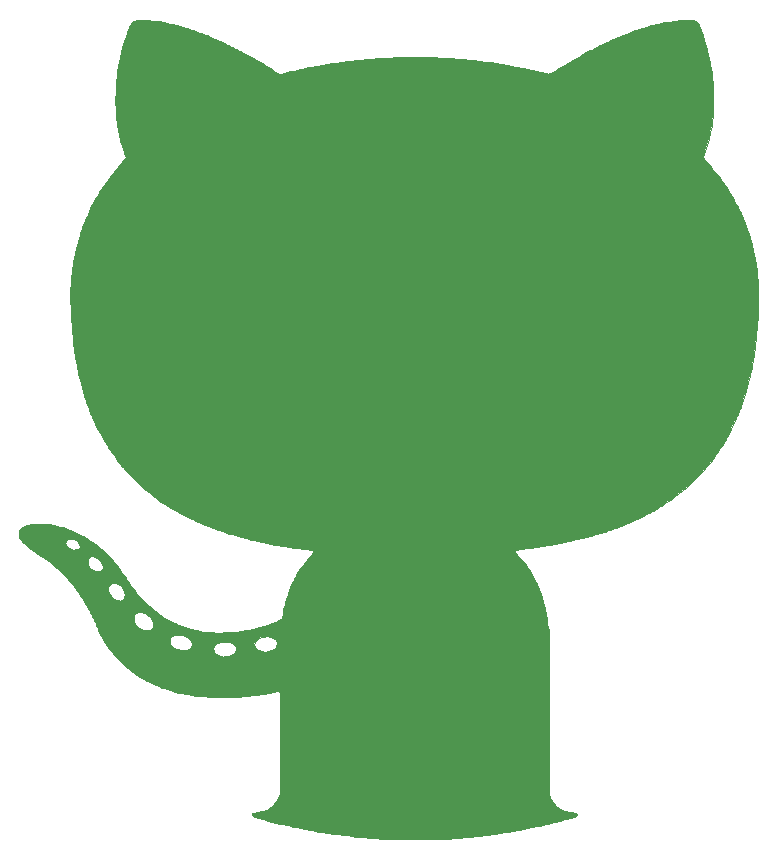
<source format=gbr>
G04 #@! TF.GenerationSoftware,KiCad,Pcbnew,(5.1.2)-1*
G04 #@! TF.CreationDate,2019-07-13T13:46:09+09:00*
G04 #@! TF.ProjectId,github,67697468-7562-42e6-9b69-6361645f7063,rev?*
G04 #@! TF.SameCoordinates,Original*
G04 #@! TF.FileFunction,Legend,Top*
G04 #@! TF.FilePolarity,Positive*
%FSLAX46Y46*%
G04 Gerber Fmt 4.6, Leading zero omitted, Abs format (unit mm)*
G04 Created by KiCad (PCBNEW (5.1.2)-1) date 2019-07-13 13:46:09*
%MOMM*%
%LPD*%
G04 APERTURE LIST*
%ADD10C,0.010000*%
G04 APERTURE END LIST*
D10*
G36*
X181384140Y-63834379D02*
G01*
X181464862Y-63841029D01*
X181792542Y-63871735D01*
X181936642Y-64068984D01*
X182022529Y-64202296D01*
X182086904Y-64330788D01*
X182107749Y-64393234D01*
X182139367Y-64503717D01*
X182191769Y-64651961D01*
X182231862Y-64753067D01*
X182289660Y-64904279D01*
X182357800Y-65101243D01*
X182424027Y-65308114D01*
X182441735Y-65366900D01*
X182500462Y-65561777D01*
X182559036Y-65750236D01*
X182607509Y-65900448D01*
X182620353Y-65938400D01*
X182660965Y-66071918D01*
X182709095Y-66253624D01*
X182755623Y-66448691D01*
X182764476Y-66488734D01*
X182805602Y-66665708D01*
X182846354Y-66820879D01*
X182879644Y-66927823D01*
X182887467Y-66947330D01*
X182911522Y-67028871D01*
X182941706Y-67172386D01*
X182973730Y-67355823D01*
X182996996Y-67510757D01*
X183027040Y-67710451D01*
X183057703Y-67887801D01*
X183084908Y-68020541D01*
X183100910Y-68078277D01*
X183139601Y-68228830D01*
X183172654Y-68459900D01*
X183199833Y-68767509D01*
X183220903Y-69147679D01*
X183235627Y-69596432D01*
X183243768Y-70109791D01*
X183245423Y-70510400D01*
X183243772Y-70982014D01*
X183238411Y-71381992D01*
X183228413Y-71723322D01*
X183212853Y-72018987D01*
X183190803Y-72281975D01*
X183161340Y-72525271D01*
X183123535Y-72761860D01*
X183076464Y-73004729D01*
X183063004Y-73068588D01*
X183020383Y-73269485D01*
X182978969Y-73467090D01*
X182945942Y-73627078D01*
X182938416Y-73664234D01*
X182892489Y-73866894D01*
X182829626Y-74108616D01*
X182755453Y-74371082D01*
X182675600Y-74635974D01*
X182595693Y-74884973D01*
X182521361Y-75099761D01*
X182458231Y-75262021D01*
X182427210Y-75328161D01*
X182411677Y-75397922D01*
X182443147Y-75486520D01*
X182497003Y-75573093D01*
X182580924Y-75687699D01*
X182658831Y-75779776D01*
X182681555Y-75802067D01*
X182734697Y-75858071D01*
X182830428Y-75967820D01*
X182958504Y-76118898D01*
X183108680Y-76298891D01*
X183270711Y-76495385D01*
X183434353Y-76695965D01*
X183589360Y-76888218D01*
X183725488Y-77059727D01*
X183819800Y-77181370D01*
X183925979Y-77324757D01*
X184054205Y-77503932D01*
X184189368Y-77697123D01*
X184316356Y-77882556D01*
X184420060Y-78038459D01*
X184474915Y-78125309D01*
X184619895Y-78364277D01*
X184727709Y-78537472D01*
X184793478Y-78638400D01*
X184860018Y-78745482D01*
X184946795Y-78897091D01*
X185045469Y-79077201D01*
X185147703Y-79269784D01*
X185245156Y-79458813D01*
X185329490Y-79628259D01*
X185392365Y-79762097D01*
X185425443Y-79844298D01*
X185428467Y-79858838D01*
X185457465Y-79916275D01*
X185489246Y-79948475D01*
X185540740Y-80024093D01*
X185578479Y-80133575D01*
X185622433Y-80269184D01*
X185683752Y-80395234D01*
X185747314Y-80516418D01*
X185813193Y-80665591D01*
X185831548Y-80712734D01*
X185950474Y-81032492D01*
X186042435Y-81281092D01*
X186110384Y-81466580D01*
X186157272Y-81597002D01*
X186180971Y-81665234D01*
X186220500Y-81781889D01*
X186271601Y-81932397D01*
X186295907Y-82003900D01*
X186350719Y-82176279D01*
X186406586Y-82368918D01*
X186427862Y-82448400D01*
X186471874Y-82616130D01*
X186525769Y-82817188D01*
X186569513Y-82977567D01*
X186620245Y-83182130D01*
X186669641Y-83414660D01*
X186701420Y-83591400D01*
X186731110Y-83760802D01*
X186762168Y-83908983D01*
X186788242Y-84005869D01*
X186789960Y-84010604D01*
X186806151Y-84081371D01*
X186830022Y-84222517D01*
X186859560Y-84420312D01*
X186892752Y-84661025D01*
X186927587Y-84930927D01*
X186941991Y-85047771D01*
X186974823Y-85325838D01*
X187000759Y-85569493D01*
X187020605Y-85794986D01*
X187035171Y-86018568D01*
X187045266Y-86256490D01*
X187051698Y-86525003D01*
X187055276Y-86840357D01*
X187056808Y-87218805D01*
X187057001Y-87359067D01*
X187055466Y-87761226D01*
X187050384Y-88155393D01*
X187042171Y-88525993D01*
X187031246Y-88857454D01*
X187018027Y-89134204D01*
X187004157Y-89327567D01*
X186981052Y-89585113D01*
X186953930Y-89894740D01*
X186925585Y-90224138D01*
X186898812Y-90540995D01*
X186888474Y-90665396D01*
X186864211Y-90933313D01*
X186836655Y-91195449D01*
X186808334Y-91430328D01*
X186781777Y-91616475D01*
X186766369Y-91702563D01*
X186728707Y-91911382D01*
X186695176Y-92143290D01*
X186678648Y-92290900D01*
X186657411Y-92461519D01*
X186622242Y-92680777D01*
X186578825Y-92914950D01*
X186550242Y-93052900D01*
X186504405Y-93266687D01*
X186461136Y-93473703D01*
X186426261Y-93645814D01*
X186410003Y-93730234D01*
X186367373Y-93933938D01*
X186305648Y-94191690D01*
X186229334Y-94487739D01*
X186142942Y-94806335D01*
X186050980Y-95131730D01*
X185957957Y-95448174D01*
X185868381Y-95739917D01*
X185786760Y-95991211D01*
X185717604Y-96186304D01*
X185681156Y-96276230D01*
X185624248Y-96425403D01*
X185580938Y-96574858D01*
X185574613Y-96604781D01*
X185547177Y-96710897D01*
X185516664Y-96774742D01*
X185511633Y-96779161D01*
X185481882Y-96827400D01*
X185436796Y-96933525D01*
X185386135Y-97074562D01*
X185386133Y-97074567D01*
X185335208Y-97215825D01*
X185289490Y-97322353D01*
X185258924Y-97371030D01*
X185224023Y-97422608D01*
X185182569Y-97522626D01*
X185173004Y-97551406D01*
X185111754Y-97716331D01*
X185016209Y-97937643D01*
X184894426Y-98198418D01*
X184754459Y-98481730D01*
X184604363Y-98770652D01*
X184509626Y-98945400D01*
X184427808Y-99095712D01*
X184353516Y-99235680D01*
X184311247Y-99318234D01*
X184257773Y-99414431D01*
X184173279Y-99553530D01*
X184074330Y-99708403D01*
X184055338Y-99737260D01*
X183966617Y-99873089D01*
X183899369Y-99979332D01*
X183864602Y-100038474D01*
X183862134Y-100044656D01*
X183839632Y-100084168D01*
X183780208Y-100174374D01*
X183695980Y-100296954D01*
X183682217Y-100316629D01*
X183583902Y-100457286D01*
X183497022Y-100582342D01*
X183439921Y-100665389D01*
X183438800Y-100667044D01*
X183230453Y-100956155D01*
X182972252Y-101284830D01*
X182678302Y-101637153D01*
X182362707Y-101997210D01*
X182039573Y-102349085D01*
X181723003Y-102676865D01*
X181427103Y-102964634D01*
X181298082Y-103082518D01*
X181005459Y-103337159D01*
X180693316Y-103597956D01*
X180371750Y-103857325D01*
X180050858Y-104107685D01*
X179740737Y-104341454D01*
X179451483Y-104551052D01*
X179193194Y-104728895D01*
X178975967Y-104867403D01*
X178809898Y-104958994D01*
X178782134Y-104971703D01*
X178665346Y-105038948D01*
X178591634Y-105096734D01*
X178483447Y-105177965D01*
X178401134Y-105223861D01*
X178304446Y-105272131D01*
X178171064Y-105343842D01*
X178083634Y-105392873D01*
X177967949Y-105455895D01*
X177796169Y-105545738D01*
X177588378Y-105652278D01*
X177364658Y-105765389D01*
X177145096Y-105874948D01*
X176949775Y-105970828D01*
X176798780Y-106042907D01*
X176750134Y-106065106D01*
X176645520Y-106115616D01*
X176580800Y-106151426D01*
X176487941Y-106201906D01*
X176355250Y-106265870D01*
X176206134Y-106333064D01*
X176063997Y-106393238D01*
X175952247Y-106436139D01*
X175895551Y-106451558D01*
X175824001Y-106472440D01*
X175722904Y-106523251D01*
X175710517Y-106530656D01*
X175590287Y-106591518D01*
X175437186Y-106653433D01*
X175371851Y-106675664D01*
X175221582Y-106725951D01*
X175034910Y-106792302D01*
X174866300Y-106855044D01*
X174687860Y-106921562D01*
X174510569Y-106984875D01*
X174379467Y-107029090D01*
X174232176Y-107077218D01*
X174095546Y-107123697D01*
X174061967Y-107135594D01*
X173960559Y-107168598D01*
X173807155Y-107214502D01*
X173631578Y-107264435D01*
X173596300Y-107274158D01*
X173427279Y-107322999D01*
X173281839Y-107369559D01*
X173185972Y-107405398D01*
X173172967Y-107411604D01*
X173075823Y-107448050D01*
X172944806Y-107480692D01*
X172918967Y-107485477D01*
X172786287Y-107513424D01*
X172614534Y-107556166D01*
X172474467Y-107594863D01*
X172117971Y-107691765D01*
X171706412Y-107791702D01*
X171331467Y-107874471D01*
X171156474Y-107911780D01*
X170939625Y-107958601D01*
X170721725Y-108006112D01*
X170675300Y-108016309D01*
X170296437Y-108095398D01*
X169883282Y-108174492D01*
X169481220Y-108245100D01*
X169278300Y-108277696D01*
X169117353Y-108303005D01*
X168909774Y-108336404D01*
X168692425Y-108371945D01*
X168622134Y-108383580D01*
X168393987Y-108420222D01*
X168172064Y-108452805D01*
X167936102Y-108483936D01*
X167665839Y-108516223D01*
X167341012Y-108552273D01*
X167164202Y-108571209D01*
X166873155Y-108605668D01*
X166661775Y-108642169D01*
X166525141Y-108686342D01*
X166458328Y-108743818D01*
X166456415Y-108820228D01*
X166514478Y-108921202D01*
X166627595Y-109052372D01*
X166688218Y-109115648D01*
X166991181Y-109447002D01*
X167290150Y-109811432D01*
X167564858Y-110182713D01*
X167795034Y-110534619D01*
X167828444Y-110590917D01*
X167911134Y-110740507D01*
X168011992Y-110934782D01*
X168122144Y-111155287D01*
X168232712Y-111383563D01*
X168334823Y-111601153D01*
X168419601Y-111789599D01*
X168478170Y-111930446D01*
X168494424Y-111975900D01*
X168535957Y-112092256D01*
X168573196Y-112174711D01*
X168581421Y-112187567D01*
X168610253Y-112249500D01*
X168649850Y-112364481D01*
X168678952Y-112462734D01*
X168729390Y-112636406D01*
X168784162Y-112813259D01*
X168808074Y-112886067D01*
X168862962Y-113067631D01*
X168925032Y-113303486D01*
X168987389Y-113564435D01*
X169043134Y-113821282D01*
X169085371Y-114044831D01*
X169093084Y-114092567D01*
X169115158Y-114232786D01*
X169146977Y-114431012D01*
X169184417Y-114661728D01*
X169223358Y-114899419D01*
X169226431Y-114918067D01*
X169320634Y-115489567D01*
X169320634Y-129374900D01*
X169479549Y-129699269D01*
X169700335Y-130058704D01*
X169979628Y-130358109D01*
X170314220Y-130595419D01*
X170700902Y-130768566D01*
X171136465Y-130875482D01*
X171345408Y-130901247D01*
X171536819Y-130924601D01*
X171653607Y-130958448D01*
X171705763Y-131010205D01*
X171703275Y-131087293D01*
X171679453Y-131149352D01*
X171638365Y-131203928D01*
X171559773Y-131250283D01*
X171426889Y-131296266D01*
X171282304Y-131335027D01*
X171074013Y-131387407D01*
X170854747Y-131442533D01*
X170668874Y-131489249D01*
X170654134Y-131492953D01*
X170465268Y-131544451D01*
X170268642Y-131604278D01*
X170152950Y-131643246D01*
X170002476Y-131689316D01*
X169863840Y-131718721D01*
X169802364Y-131724400D01*
X169694770Y-131737978D01*
X169545278Y-131773101D01*
X169425156Y-131809508D01*
X169243314Y-131865275D01*
X169051457Y-131915834D01*
X168950241Y-131938296D01*
X168800268Y-131969152D01*
X168605556Y-132011079D01*
X168403824Y-132055929D01*
X168368134Y-132064035D01*
X167881972Y-132173194D01*
X167472095Y-132261449D01*
X167133034Y-132329917D01*
X166859318Y-132379715D01*
X166698461Y-132404801D01*
X166525034Y-132432277D01*
X166373253Y-132461570D01*
X166271793Y-132487045D01*
X166261337Y-132490695D01*
X166175975Y-132511953D01*
X166030868Y-132537091D01*
X165850574Y-132562112D01*
X165750843Y-132573776D01*
X165534194Y-132600947D01*
X165313046Y-132634478D01*
X165125222Y-132668465D01*
X165074525Y-132679336D01*
X164922062Y-132707950D01*
X164714585Y-132738569D01*
X164481533Y-132767173D01*
X164291359Y-132786359D01*
X164051917Y-132810556D01*
X163806610Y-132840040D01*
X163587971Y-132870666D01*
X163457467Y-132892570D01*
X163303952Y-132915975D01*
X163088954Y-132941109D01*
X162835560Y-132965644D01*
X162566857Y-132987255D01*
X162420300Y-132997089D01*
X162123466Y-133017393D01*
X161800847Y-133042719D01*
X161485379Y-133070284D01*
X161209998Y-133097309D01*
X161129134Y-133106130D01*
X160955960Y-133120620D01*
X160708722Y-133134055D01*
X160398016Y-133146329D01*
X160034438Y-133157337D01*
X159628585Y-133166975D01*
X159191053Y-133175138D01*
X158732439Y-133181720D01*
X158263339Y-133186617D01*
X157794351Y-133189724D01*
X157336070Y-133190936D01*
X156899094Y-133190147D01*
X156494018Y-133187254D01*
X156131439Y-133182150D01*
X155821954Y-133174732D01*
X155576159Y-133164894D01*
X155519967Y-133161677D01*
X155272842Y-133144378D01*
X155026351Y-133123863D01*
X154807552Y-133102581D01*
X154643501Y-133082982D01*
X154630967Y-133081182D01*
X154492098Y-133064931D01*
X154288571Y-133046543D01*
X154040312Y-133027556D01*
X153767249Y-133009506D01*
X153518246Y-132995408D01*
X153206824Y-132977579D01*
X152966863Y-132959406D01*
X152785168Y-132939272D01*
X152648542Y-132915562D01*
X152543789Y-132886659D01*
X152502246Y-132871000D01*
X152392750Y-132834428D01*
X152257506Y-132807406D01*
X152079814Y-132787808D01*
X151842976Y-132773507D01*
X151688800Y-132767384D01*
X151446230Y-132755050D01*
X151212561Y-132736328D01*
X151011220Y-132713544D01*
X150865632Y-132689025D01*
X150842134Y-132683288D01*
X150696271Y-132651022D01*
X150498390Y-132616490D01*
X150280795Y-132585058D01*
X150170209Y-132571679D01*
X149974227Y-132547047D01*
X149799631Y-132520106D01*
X149670197Y-132494780D01*
X149621777Y-132481132D01*
X149534681Y-132457980D01*
X149386930Y-132428673D01*
X149201884Y-132397567D01*
X149066035Y-132377521D01*
X148856851Y-132345167D01*
X148657279Y-132308603D01*
X148495925Y-132273330D01*
X148429134Y-132255005D01*
X148263032Y-132211275D01*
X148079518Y-132175505D01*
X148026967Y-132167970D01*
X147872562Y-132142251D01*
X147681664Y-132101773D01*
X147518967Y-132061389D01*
X147311277Y-132008167D01*
X147081065Y-131953404D01*
X146926300Y-131919240D01*
X146620147Y-131851478D01*
X146276614Y-131769509D01*
X145919946Y-131679593D01*
X145574387Y-131587992D01*
X145264182Y-131500966D01*
X145021300Y-131427266D01*
X144848023Y-131376959D01*
X144673365Y-131334615D01*
X144578653Y-131316567D01*
X144425572Y-131270750D01*
X144299460Y-131193182D01*
X144219819Y-131099581D01*
X144203997Y-131014601D01*
X144228107Y-130976403D01*
X144293320Y-130946378D01*
X144414256Y-130920053D01*
X144598494Y-130893836D01*
X145063313Y-130805201D01*
X145464678Y-130662977D01*
X145806823Y-130464438D01*
X146093980Y-130206857D01*
X146330383Y-129887506D01*
X146423800Y-129718015D01*
X146507263Y-129533783D01*
X146559066Y-129364241D01*
X146590093Y-129168898D01*
X146600179Y-129061745D01*
X146604291Y-128966502D01*
X146607785Y-128793193D01*
X146610646Y-128548414D01*
X146612861Y-128238763D01*
X146614418Y-127870838D01*
X146615302Y-127451236D01*
X146615502Y-126986555D01*
X146615004Y-126483392D01*
X146613794Y-125948346D01*
X146611860Y-125388013D01*
X146609188Y-124808992D01*
X146608800Y-124735288D01*
X146604955Y-124048965D01*
X146601135Y-123442623D01*
X146597248Y-122911576D01*
X146593203Y-122451138D01*
X146588907Y-122056625D01*
X146584270Y-121723350D01*
X146579198Y-121446627D01*
X146573600Y-121221770D01*
X146567385Y-121044095D01*
X146560460Y-120908916D01*
X146552733Y-120811546D01*
X146544113Y-120747300D01*
X146534509Y-120711492D01*
X146529774Y-120703328D01*
X146481274Y-120667701D01*
X146403589Y-120652917D01*
X146284520Y-120659924D01*
X146111868Y-120689669D01*
X145873434Y-120743102D01*
X145804467Y-120759701D01*
X145590217Y-120804488D01*
X145351450Y-120843591D01*
X145169467Y-120865485D01*
X144956216Y-120889932D01*
X144723689Y-120924439D01*
X144555634Y-120955003D01*
X144266323Y-121002691D01*
X143907791Y-121042867D01*
X143493213Y-121075456D01*
X143035767Y-121100382D01*
X142548629Y-121117570D01*
X142044978Y-121126947D01*
X141537990Y-121128436D01*
X141040842Y-121121962D01*
X140566712Y-121107452D01*
X140128775Y-121084829D01*
X139740211Y-121054019D01*
X139414195Y-121014946D01*
X139242800Y-120985233D01*
X139031815Y-120944251D01*
X138791304Y-120900519D01*
X138586634Y-120865709D01*
X138307593Y-120814800D01*
X138015190Y-120751589D01*
X137733347Y-120682008D01*
X137485988Y-120611987D01*
X137297036Y-120547456D01*
X137287619Y-120543703D01*
X137159978Y-120497047D01*
X137058188Y-120468232D01*
X137026234Y-120463734D01*
X136954766Y-120447668D01*
X136819508Y-120402922D01*
X136634274Y-120334672D01*
X136412876Y-120248094D01*
X136169128Y-120148363D01*
X136046634Y-120096653D01*
X135296824Y-119737309D01*
X134574471Y-119313074D01*
X133891769Y-118832788D01*
X133260912Y-118305288D01*
X132694095Y-117739412D01*
X132516950Y-117538456D01*
X132366042Y-117360694D01*
X132257750Y-117231078D01*
X132179433Y-117133608D01*
X132118446Y-117052282D01*
X132062147Y-116971099D01*
X132027360Y-116918836D01*
X131936186Y-116783524D01*
X131831175Y-116631467D01*
X131793518Y-116577930D01*
X131703830Y-116442281D01*
X131647370Y-116346085D01*
X137254775Y-116346085D01*
X137254854Y-116369697D01*
X137266799Y-116525351D01*
X137308583Y-116638470D01*
X137372272Y-116725323D01*
X137609774Y-116941363D01*
X137886852Y-117083870D01*
X138198667Y-117151391D01*
X138540378Y-117142476D01*
X138680987Y-117117907D01*
X138797745Y-117070235D01*
X140936134Y-117070235D01*
X140955920Y-117221967D01*
X141021497Y-117350037D01*
X141142191Y-117462944D01*
X141327329Y-117569185D01*
X141586238Y-117677258D01*
X141613467Y-117687361D01*
X141727455Y-117703229D01*
X141893032Y-117695557D01*
X142081720Y-117668331D01*
X142265041Y-117625541D01*
X142402112Y-117576924D01*
X142610177Y-117454118D01*
X142759238Y-117304313D01*
X142838713Y-117139555D01*
X142848814Y-117068353D01*
X142836289Y-116924538D01*
X142777844Y-116797750D01*
X142682214Y-116686957D01*
X144408967Y-116686957D01*
X144432516Y-116857631D01*
X144507977Y-116992204D01*
X144648141Y-117108667D01*
X144751070Y-117168164D01*
X145031042Y-117270083D01*
X145325629Y-117291079D01*
X145624032Y-117230993D01*
X145744934Y-117182900D01*
X145872928Y-117126513D01*
X145969105Y-117088122D01*
X146006805Y-117077066D01*
X146054133Y-117044816D01*
X146126546Y-116964213D01*
X146205517Y-116859469D01*
X146272514Y-116754800D01*
X146305072Y-116687296D01*
X146320651Y-116519283D01*
X146254799Y-116342196D01*
X146163149Y-116218258D01*
X146001786Y-116096797D01*
X145782226Y-116020318D01*
X145519929Y-115992053D01*
X145230352Y-116015229D01*
X145209137Y-116018920D01*
X144948336Y-116092147D01*
X144726390Y-116205772D01*
X144554837Y-116350163D01*
X144445216Y-116515687D01*
X144408967Y-116686957D01*
X142682214Y-116686957D01*
X142660339Y-116661614D01*
X142633062Y-116635184D01*
X142479844Y-116538323D01*
X142268207Y-116471383D01*
X142019596Y-116436166D01*
X141755453Y-116434477D01*
X141497222Y-116468117D01*
X141304493Y-116523492D01*
X141217229Y-116577686D01*
X141112411Y-116670518D01*
X141071097Y-116714631D01*
X140981996Y-116834280D01*
X140943121Y-116950940D01*
X140936134Y-117070235D01*
X138797745Y-117070235D01*
X138875339Y-117038554D01*
X139025882Y-116902104D01*
X139115047Y-116725604D01*
X139123710Y-116688371D01*
X139113188Y-116533970D01*
X139035428Y-116365309D01*
X138901891Y-116199354D01*
X138724037Y-116053067D01*
X138672649Y-116020760D01*
X138517469Y-115936719D01*
X138382621Y-115888268D01*
X138228006Y-115863711D01*
X138105809Y-115855414D01*
X137828504Y-115857513D01*
X137612803Y-115898089D01*
X137443006Y-115981089D01*
X137369550Y-116040537D01*
X137297836Y-116121624D01*
X137263644Y-116211801D01*
X137254775Y-116346085D01*
X131647370Y-116346085D01*
X131625489Y-116308805D01*
X131600732Y-116260430D01*
X131536667Y-116132159D01*
X131474829Y-116018734D01*
X131427354Y-115927867D01*
X131360480Y-115788165D01*
X131288069Y-115628649D01*
X131282745Y-115616567D01*
X131207303Y-115448353D01*
X131133600Y-115289590D01*
X131077312Y-115174033D01*
X131076304Y-115172067D01*
X131016596Y-115038358D01*
X130972732Y-114910231D01*
X130969991Y-114899482D01*
X130921451Y-114768692D01*
X130864460Y-114666649D01*
X130796785Y-114547470D01*
X130741532Y-114417067D01*
X134201033Y-114417067D01*
X134202001Y-114582616D01*
X134220139Y-114724738D01*
X134228194Y-114754702D01*
X134314409Y-114921236D01*
X134459111Y-115094696D01*
X134640409Y-115255400D01*
X134836413Y-115383667D01*
X135007159Y-115455067D01*
X135178275Y-115484426D01*
X135363253Y-115487307D01*
X135533490Y-115465952D01*
X135660383Y-115422605D01*
X135690609Y-115401453D01*
X135747024Y-115322738D01*
X135802462Y-115203921D01*
X135813964Y-115171571D01*
X135842199Y-115065003D01*
X135844940Y-114967503D01*
X135820391Y-114845286D01*
X135791264Y-114744209D01*
X135738029Y-114594159D01*
X135671736Y-114477743D01*
X135571773Y-114364708D01*
X135466714Y-114267843D01*
X135324361Y-114153885D01*
X135181674Y-114058976D01*
X135068059Y-114002541D01*
X135062072Y-114000570D01*
X134831693Y-113953969D01*
X134614573Y-113956707D01*
X134428592Y-114005326D01*
X134291632Y-114096370D01*
X134246284Y-114158277D01*
X134216154Y-114263739D01*
X134201033Y-114417067D01*
X130741532Y-114417067D01*
X130739809Y-114413001D01*
X130739746Y-114412816D01*
X130690218Y-114295120D01*
X130636531Y-114205627D01*
X130632790Y-114201149D01*
X130581937Y-114117604D01*
X130531533Y-113997997D01*
X130524397Y-113976740D01*
X130482748Y-113869421D01*
X130443207Y-113801826D01*
X130435584Y-113795070D01*
X130395371Y-113745583D01*
X130337481Y-113647492D01*
X130309565Y-113593397D01*
X130232708Y-113442374D01*
X130154572Y-113300908D01*
X130061753Y-113146227D01*
X129940850Y-112955558D01*
X129868364Y-112843734D01*
X129756861Y-112671754D01*
X129646488Y-112500307D01*
X129557454Y-112360806D01*
X129541608Y-112335734D01*
X129453639Y-112202564D01*
X129367349Y-112081965D01*
X129334015Y-112039400D01*
X129295489Y-111991159D01*
X132046134Y-111991159D01*
X132055515Y-112153122D01*
X132092661Y-112283419D01*
X132171070Y-112426451D01*
X132185263Y-112448707D01*
X132351207Y-112667124D01*
X132529696Y-112833458D01*
X132686629Y-112925199D01*
X132831360Y-112958046D01*
X133010530Y-112966391D01*
X133178288Y-112949721D01*
X133244683Y-112931423D01*
X133350010Y-112848455D01*
X133415004Y-112703491D01*
X133437371Y-112510175D01*
X133414816Y-112282151D01*
X133378735Y-112134247D01*
X133320222Y-111985314D01*
X133231132Y-111857875D01*
X133092985Y-111723399D01*
X132870275Y-111563057D01*
X132654657Y-111474365D01*
X132454452Y-111458233D01*
X132277977Y-111515570D01*
X132154519Y-111620754D01*
X132087846Y-111718070D01*
X132055175Y-111826526D01*
X132046150Y-111981513D01*
X132046134Y-111991159D01*
X129295489Y-111991159D01*
X129254223Y-111939488D01*
X129156824Y-111813032D01*
X129120104Y-111764234D01*
X128829609Y-111395677D01*
X128507013Y-111022661D01*
X128164750Y-110657361D01*
X127815251Y-110311949D01*
X127470949Y-109998602D01*
X127199327Y-109774842D01*
X130295248Y-109774842D01*
X130368887Y-109993828D01*
X130525921Y-110201758D01*
X130526868Y-110202725D01*
X130730053Y-110369976D01*
X130941297Y-110472019D01*
X131146806Y-110504007D01*
X131300854Y-110474757D01*
X131465169Y-110375552D01*
X131559718Y-110234560D01*
X131582995Y-110060084D01*
X131533493Y-109860430D01*
X131442884Y-109691792D01*
X131281180Y-109504335D01*
X131074806Y-109348872D01*
X130853082Y-109245708D01*
X130767037Y-109223705D01*
X130605999Y-109232891D01*
X130457472Y-109308641D01*
X130346415Y-109433773D01*
X130304172Y-109542333D01*
X130295248Y-109774842D01*
X127199327Y-109774842D01*
X127144279Y-109729494D01*
X126847671Y-109516799D01*
X126783605Y-109476275D01*
X126643608Y-109386326D01*
X126513398Y-109296172D01*
X126459994Y-109255984D01*
X126371189Y-109192582D01*
X126309225Y-109160889D01*
X126303856Y-109160086D01*
X126252310Y-109137134D01*
X126155146Y-109078185D01*
X126055967Y-109011542D01*
X125910184Y-108909916D01*
X125733625Y-108787170D01*
X125569134Y-108673078D01*
X125330686Y-108492872D01*
X125087782Y-108283083D01*
X124872600Y-108074413D01*
X128407056Y-108074413D01*
X128448217Y-108227814D01*
X128556598Y-108374560D01*
X128714979Y-108501809D01*
X128906141Y-108596716D01*
X129112863Y-108646438D01*
X129179737Y-108650713D01*
X129292486Y-108632581D01*
X129428083Y-108584928D01*
X129465487Y-108567206D01*
X129573005Y-108502720D01*
X129621698Y-108437371D01*
X129632855Y-108344956D01*
X129593051Y-108174871D01*
X129485618Y-108014156D01*
X129327484Y-107876522D01*
X129135574Y-107775677D01*
X128926817Y-107725329D01*
X128863798Y-107722122D01*
X128675219Y-107751106D01*
X128526398Y-107831757D01*
X128432475Y-107952397D01*
X128407056Y-108074413D01*
X124872600Y-108074413D01*
X124861952Y-108064088D01*
X124674731Y-107856261D01*
X124591992Y-107748406D01*
X124510130Y-107621538D01*
X124466523Y-107513578D01*
X124449553Y-107385985D01*
X124447300Y-107268416D01*
X124451112Y-107114143D01*
X124467659Y-107018695D01*
X124504608Y-106956380D01*
X124553134Y-106913786D01*
X124651327Y-106835250D01*
X124722813Y-106772736D01*
X124810452Y-106719036D01*
X124913313Y-106683417D01*
X125024606Y-106651917D01*
X125173991Y-106601982D01*
X125272800Y-106565743D01*
X125365917Y-106533531D01*
X125461722Y-106509989D01*
X125575517Y-106493746D01*
X125722606Y-106483430D01*
X125918289Y-106477670D01*
X126177870Y-106475094D01*
X126288800Y-106474685D01*
X126553831Y-106474510D01*
X126765948Y-106477281D01*
X126944175Y-106485527D01*
X127107537Y-106501774D01*
X127275057Y-106528551D01*
X127465759Y-106568386D01*
X127698665Y-106623807D01*
X127992802Y-106697341D01*
X128024467Y-106705322D01*
X128273165Y-106775543D01*
X128535257Y-106865565D01*
X128823186Y-106980583D01*
X129149393Y-107125787D01*
X129526321Y-107306369D01*
X129836805Y-107461565D01*
X129954970Y-107527984D01*
X130121231Y-107629885D01*
X130314684Y-107753681D01*
X130514426Y-107885784D01*
X130699555Y-108012607D01*
X130839612Y-108113400D01*
X131281479Y-108467825D01*
X131731214Y-108873590D01*
X132171703Y-109312854D01*
X132585831Y-109767777D01*
X132956483Y-110220518D01*
X133245347Y-110621234D01*
X133346871Y-110773421D01*
X133438600Y-110910961D01*
X133503882Y-111008886D01*
X133513552Y-111023400D01*
X133580835Y-111126353D01*
X133664026Y-111256101D01*
X133690934Y-111298567D01*
X133924711Y-111644260D01*
X134203001Y-112015450D01*
X134510525Y-112394357D01*
X134832004Y-112763201D01*
X135152160Y-113104201D01*
X135455715Y-113399577D01*
X135623300Y-113547320D01*
X135798430Y-113691933D01*
X135977320Y-113835286D01*
X136146888Y-113967395D01*
X136294057Y-114078271D01*
X136405746Y-114157928D01*
X136468875Y-114196378D01*
X136476003Y-114198400D01*
X136526645Y-114223879D01*
X136585920Y-114271058D01*
X136674519Y-114340000D01*
X136793223Y-114419572D01*
X136822087Y-114437284D01*
X136940197Y-114504303D01*
X137099823Y-114589596D01*
X137285048Y-114685271D01*
X137479957Y-114783436D01*
X137668632Y-114876199D01*
X137835158Y-114955667D01*
X137963617Y-115013949D01*
X138038093Y-115043152D01*
X138047827Y-115045067D01*
X138114061Y-115061294D01*
X138223821Y-115102292D01*
X138278584Y-115125731D01*
X138515951Y-115219510D01*
X138797947Y-115312790D01*
X139088121Y-115394693D01*
X139350021Y-115454338D01*
X139421649Y-115466906D01*
X139584069Y-115495943D01*
X139725767Y-115527002D01*
X139808434Y-115550836D01*
X139964455Y-115590987D01*
X140191429Y-115623202D01*
X140476021Y-115647544D01*
X140804896Y-115664080D01*
X141164718Y-115672875D01*
X141542154Y-115673994D01*
X141923867Y-115667502D01*
X142296524Y-115653464D01*
X142646788Y-115631946D01*
X142961326Y-115603013D01*
X143226801Y-115566730D01*
X143391467Y-115533312D01*
X143577845Y-115493242D01*
X143779198Y-115458932D01*
X143857134Y-115448576D01*
X144028960Y-115420932D01*
X144229281Y-115377697D01*
X144365134Y-115342120D01*
X144559907Y-115286502D01*
X144769611Y-115227634D01*
X144894300Y-115193208D01*
X145254203Y-115091856D01*
X145537165Y-115005503D01*
X145740932Y-114934860D01*
X145832031Y-114896672D01*
X145938811Y-114853184D01*
X146018467Y-114832809D01*
X146022531Y-114832619D01*
X146096694Y-114813865D01*
X146218591Y-114766129D01*
X146365159Y-114700458D01*
X146513332Y-114627898D01*
X146640046Y-114559494D01*
X146722235Y-114506291D01*
X146739041Y-114489490D01*
X146761078Y-114420503D01*
X146784598Y-114295508D01*
X146802664Y-114157421D01*
X146830633Y-113974861D01*
X146876277Y-113757965D01*
X146929919Y-113552526D01*
X146932045Y-113545357D01*
X146979100Y-113376169D01*
X147014272Y-113227912D01*
X147031395Y-113127231D01*
X147032134Y-113113007D01*
X147047419Y-113019007D01*
X147086503Y-112884799D01*
X147117123Y-112800581D01*
X147174527Y-112643353D01*
X147223688Y-112489212D01*
X147240096Y-112428597D01*
X147280301Y-112297988D01*
X147347881Y-112113676D01*
X147433417Y-111898211D01*
X147527490Y-111674145D01*
X147620683Y-111464027D01*
X147703576Y-111290409D01*
X147756273Y-111192734D01*
X147795801Y-111120295D01*
X147856277Y-111002894D01*
X147898999Y-110917567D01*
X147968013Y-110782264D01*
X148030331Y-110666971D01*
X148057189Y-110621234D01*
X148193717Y-110405468D01*
X148293185Y-110249836D01*
X148363320Y-110142623D01*
X148411849Y-110072113D01*
X148446499Y-110026589D01*
X148459518Y-110011253D01*
X148512653Y-109946760D01*
X148600281Y-109836291D01*
X148705526Y-109701176D01*
X148730544Y-109668734D01*
X148869917Y-109496962D01*
X149035437Y-109306400D01*
X149192318Y-109137040D01*
X149198789Y-109130382D01*
X149331902Y-108983699D01*
X149411663Y-108873086D01*
X149432043Y-108806979D01*
X149431373Y-108804935D01*
X149390423Y-108758546D01*
X149300124Y-108716982D01*
X149152362Y-108678278D01*
X148939025Y-108640467D01*
X148652002Y-108601583D01*
X148534967Y-108587627D01*
X148194444Y-108547224D01*
X147912247Y-108511437D01*
X147662441Y-108476612D01*
X147419090Y-108439092D01*
X147156259Y-108395223D01*
X147095634Y-108384770D01*
X146886469Y-108348910D01*
X146672943Y-108312888D01*
X146494206Y-108283297D01*
X146460634Y-108277852D01*
X146126527Y-108221170D01*
X145783216Y-108157922D01*
X145454188Y-108092755D01*
X145162931Y-108030314D01*
X144940445Y-107977191D01*
X144771291Y-107936350D01*
X144624315Y-107905912D01*
X144526242Y-107891290D01*
X144513658Y-107890734D01*
X144426268Y-107878966D01*
X144289536Y-107848284D01*
X144150013Y-107810185D01*
X143949987Y-107753316D01*
X143729078Y-107694062D01*
X143603134Y-107662086D01*
X143455837Y-107624782D01*
X143281776Y-107578351D01*
X143068846Y-107519421D01*
X142804947Y-107444619D01*
X142477975Y-107350572D01*
X142290800Y-107296364D01*
X141956784Y-107195851D01*
X141663603Y-107100425D01*
X141426456Y-107015197D01*
X141295952Y-106961690D01*
X141154151Y-106905660D01*
X141017694Y-106862716D01*
X140993170Y-106856796D01*
X140866096Y-106817375D01*
X140723723Y-106757723D01*
X140698484Y-106745278D01*
X140585889Y-106693906D01*
X140500062Y-106665229D01*
X140483620Y-106663067D01*
X140417891Y-106646407D01*
X140304319Y-106603407D01*
X140206821Y-106561077D01*
X140053326Y-106492479D01*
X139861984Y-106409100D01*
X139673183Y-106328533D01*
X139666134Y-106325566D01*
X139509004Y-106257918D01*
X139377347Y-106198390D01*
X139294815Y-106157749D01*
X139285134Y-106152120D01*
X139191328Y-106100877D01*
X139158134Y-106085762D01*
X139080237Y-106050042D01*
X138948009Y-105986251D01*
X138782509Y-105904857D01*
X138604792Y-105816326D01*
X138435916Y-105731126D01*
X138296937Y-105659725D01*
X138233031Y-105625900D01*
X137836434Y-105407740D01*
X137483791Y-105206767D01*
X137186305Y-105029490D01*
X136972760Y-104894102D01*
X136642893Y-104675069D01*
X136376800Y-104496756D01*
X136176452Y-104360498D01*
X136043818Y-104267633D01*
X135988525Y-104226088D01*
X135928799Y-104177663D01*
X135819345Y-104089481D01*
X135676523Y-103974706D01*
X135538634Y-103864086D01*
X135000908Y-103417435D01*
X134494400Y-102965767D01*
X134030104Y-102519668D01*
X133619018Y-102089724D01*
X133272138Y-101686522D01*
X133257060Y-101667734D01*
X133162385Y-101550977D01*
X133081493Y-101454042D01*
X133046228Y-101413734D01*
X132949270Y-101298483D01*
X132817392Y-101127423D01*
X132661707Y-100915799D01*
X132493333Y-100678857D01*
X132323385Y-100431845D01*
X132243775Y-100313067D01*
X132143256Y-100161662D01*
X132050064Y-100021309D01*
X131983188Y-99920603D01*
X131979532Y-99915099D01*
X131731797Y-99519612D01*
X131471559Y-99062859D01*
X131209623Y-98564971D01*
X130956791Y-98046076D01*
X130841288Y-97794234D01*
X130766735Y-97628765D01*
X130692874Y-97465751D01*
X130649612Y-97370900D01*
X130583559Y-97218876D01*
X130515782Y-97051287D01*
X130500404Y-97011067D01*
X130446176Y-96867287D01*
X130378298Y-96688053D01*
X130324105Y-96545400D01*
X130256551Y-96357868D01*
X130183050Y-96138552D01*
X130124105Y-95949996D01*
X130074343Y-95790315D01*
X130029184Y-95658582D01*
X129997084Y-95579197D01*
X129993117Y-95571976D01*
X129965453Y-95504022D01*
X129926359Y-95379759D01*
X129883990Y-95225247D01*
X129881344Y-95214880D01*
X129786200Y-94842095D01*
X129707464Y-94537430D01*
X129641430Y-94286763D01*
X129584387Y-94075973D01*
X129547065Y-93941900D01*
X129504803Y-93774809D01*
X129474539Y-93622460D01*
X129462872Y-93518567D01*
X129451921Y-93422382D01*
X129423111Y-93270312D01*
X129381576Y-93087958D01*
X129357173Y-92991636D01*
X129310386Y-92792879D01*
X129274325Y-92600442D01*
X129254397Y-92444988D01*
X129252134Y-92395982D01*
X129243004Y-92265489D01*
X129218617Y-92084025D01*
X129183471Y-91882948D01*
X129166774Y-91801080D01*
X129128825Y-91593105D01*
X129091486Y-91335803D01*
X129059458Y-91064415D01*
X129040115Y-90851567D01*
X129019551Y-90585465D01*
X128996068Y-90293982D01*
X128972894Y-90016628D01*
X128957114Y-89835567D01*
X128894691Y-89025342D01*
X128854324Y-88241588D01*
X128836025Y-87494192D01*
X128839804Y-86793045D01*
X128865672Y-86148035D01*
X128913639Y-85569051D01*
X128952143Y-85263567D01*
X128983891Y-85033648D01*
X129010530Y-84819631D01*
X129029649Y-84642465D01*
X129038841Y-84523096D01*
X129039301Y-84505671D01*
X129049403Y-84394842D01*
X129075717Y-84227763D01*
X129113823Y-84030297D01*
X129144219Y-83891837D01*
X129192290Y-83681110D01*
X129237828Y-83476460D01*
X129274421Y-83306949D01*
X129289936Y-83231567D01*
X129362092Y-82903898D01*
X129445664Y-82583445D01*
X129531665Y-82303909D01*
X129555257Y-82236734D01*
X129610853Y-82070050D01*
X129658970Y-81902332D01*
X129677373Y-81825277D01*
X129723771Y-81663827D01*
X129788268Y-81503181D01*
X129797412Y-81484641D01*
X129859521Y-81337871D01*
X129905050Y-81187104D01*
X129909565Y-81165380D01*
X129937078Y-81057859D01*
X129967513Y-80992301D01*
X129973301Y-80986973D01*
X130003127Y-80938695D01*
X130048192Y-80832665D01*
X130097887Y-80694311D01*
X130152888Y-80547945D01*
X130208197Y-80431166D01*
X130249352Y-80372087D01*
X130302142Y-80292653D01*
X130310467Y-80249790D01*
X130316060Y-80218195D01*
X130335278Y-80164195D01*
X130371773Y-80080238D01*
X130429202Y-79958772D01*
X130511219Y-79792246D01*
X130621478Y-79573108D01*
X130763636Y-79293807D01*
X130936671Y-78955900D01*
X131012084Y-78830500D01*
X131100646Y-78709235D01*
X131166183Y-78617878D01*
X131198692Y-78549044D01*
X131199467Y-78542178D01*
X131221269Y-78479650D01*
X131275808Y-78380550D01*
X131298876Y-78344342D01*
X131479982Y-78071022D01*
X131620201Y-77861193D01*
X131724649Y-77707267D01*
X131798439Y-77601655D01*
X131813300Y-77581083D01*
X131901114Y-77457869D01*
X131980773Y-77342600D01*
X132062524Y-77228161D01*
X132160459Y-77099202D01*
X132181910Y-77072067D01*
X132277754Y-76952072D01*
X132367391Y-76839871D01*
X132384814Y-76818067D01*
X132528322Y-76640206D01*
X132685766Y-76447899D01*
X132844410Y-76256406D01*
X132991516Y-76080986D01*
X133114349Y-75936898D01*
X133200173Y-75839401D01*
X133215169Y-75823234D01*
X133323992Y-75697742D01*
X133427571Y-75562486D01*
X133435442Y-75551197D01*
X133535364Y-75406161D01*
X133446915Y-75229061D01*
X133393675Y-75110732D01*
X133362156Y-75018024D01*
X133358467Y-74994145D01*
X133344569Y-74927171D01*
X133308135Y-74807166D01*
X133257052Y-74660115D01*
X133192177Y-74471335D01*
X133124882Y-74255218D01*
X133060489Y-74031391D01*
X133004320Y-73819484D01*
X132961697Y-73639125D01*
X132937942Y-73509943D01*
X132934803Y-73471582D01*
X132924670Y-73382251D01*
X132898110Y-73238724D01*
X132860372Y-73068648D01*
X132850800Y-73029234D01*
X132802038Y-72783872D01*
X132758151Y-72470098D01*
X132720228Y-72104078D01*
X132689358Y-71701981D01*
X132666629Y-71279976D01*
X132653130Y-70854232D01*
X132649949Y-70440915D01*
X132655585Y-70129400D01*
X132678117Y-69551610D01*
X132707750Y-69043032D01*
X132746235Y-68588379D01*
X132795322Y-68172366D01*
X132856759Y-67779707D01*
X132932296Y-67395116D01*
X133004438Y-67081400D01*
X133048366Y-66897076D01*
X133099404Y-66677316D01*
X133146571Y-66469396D01*
X133146979Y-66467567D01*
X133192348Y-66277715D01*
X133241555Y-66092695D01*
X133284684Y-65949592D01*
X133288493Y-65938400D01*
X133328869Y-65818888D01*
X133386525Y-65644555D01*
X133452964Y-65441225D01*
X133504411Y-65282234D01*
X133612266Y-64950897D01*
X133700472Y-64689318D01*
X133773493Y-64486096D01*
X133835794Y-64329828D01*
X133891839Y-64209112D01*
X133946095Y-64112546D01*
X133986017Y-64052337D01*
X134053316Y-63961216D01*
X134112759Y-63905506D01*
X134188833Y-63873800D01*
X134306027Y-63854688D01*
X134438606Y-63841478D01*
X134841768Y-63822155D01*
X135301574Y-63831600D01*
X135795856Y-63867640D01*
X136302447Y-63928101D01*
X136799183Y-64010808D01*
X137263895Y-64113588D01*
X137295467Y-64121689D01*
X137485064Y-64168620D01*
X137675706Y-64212232D01*
X137824634Y-64242794D01*
X137998953Y-64286166D01*
X138177892Y-64347503D01*
X138226800Y-64368235D01*
X138368294Y-64420979D01*
X138501806Y-64452448D01*
X138544300Y-64456191D01*
X138655164Y-64475764D01*
X138798903Y-64524336D01*
X138882967Y-64561630D01*
X139019647Y-64620699D01*
X139140139Y-64659047D01*
X139191570Y-64667076D01*
X139291502Y-64686999D01*
X139416982Y-64734677D01*
X139445808Y-64748649D01*
X139592219Y-64812525D01*
X139756851Y-64869719D01*
X139792140Y-64879799D01*
X139927490Y-64924141D01*
X140039731Y-64974151D01*
X140065905Y-64990050D01*
X140154849Y-65036797D01*
X140208207Y-65049400D01*
X140279641Y-65067170D01*
X140416275Y-65117383D01*
X140607198Y-65195397D01*
X140841496Y-65296568D01*
X141108260Y-65416253D01*
X141396576Y-65549809D01*
X141507634Y-65602335D01*
X141655049Y-65670716D01*
X141801502Y-65736089D01*
X141825134Y-65746290D01*
X141940474Y-65799509D01*
X142028806Y-65846766D01*
X142036800Y-65851856D01*
X142117343Y-65896401D01*
X142231487Y-65950299D01*
X142248467Y-65957689D01*
X142363717Y-66010616D01*
X142452041Y-66056899D01*
X142460134Y-66061865D01*
X142500887Y-66086266D01*
X142559941Y-66117761D01*
X142652737Y-66164098D01*
X142794713Y-66233029D01*
X142946967Y-66306236D01*
X143059026Y-66361247D01*
X143146040Y-66405893D01*
X143213786Y-66442089D01*
X143335491Y-66506942D01*
X143490352Y-66589370D01*
X143576221Y-66635045D01*
X143762373Y-66736112D01*
X143947222Y-66839936D01*
X144099351Y-66928766D01*
X144139148Y-66953089D01*
X144291404Y-67044533D01*
X144447203Y-67132924D01*
X144513300Y-67168296D01*
X144932433Y-67398329D01*
X145392572Y-67675144D01*
X145434050Y-67701163D01*
X145580151Y-67792736D01*
X145731499Y-67887073D01*
X145751550Y-67899519D01*
X145869408Y-67974248D01*
X146023454Y-68074067D01*
X146174214Y-68173314D01*
X146368306Y-68287673D01*
X146535776Y-68344812D01*
X146707458Y-68349702D01*
X146914185Y-68307310D01*
X146947467Y-68297946D01*
X147181833Y-68234547D01*
X147467215Y-68163584D01*
X147771371Y-68092879D01*
X147984634Y-68046364D01*
X148119472Y-68016927D01*
X148306328Y-67974873D01*
X148514828Y-67927075D01*
X148625391Y-67901373D01*
X148812790Y-67859351D01*
X148975419Y-67826146D01*
X149091794Y-67805969D01*
X149133391Y-67801836D01*
X149204144Y-67793909D01*
X149338436Y-67771759D01*
X149516993Y-67738781D01*
X149720300Y-67698421D01*
X150164662Y-67611222D01*
X150606187Y-67531911D01*
X151024759Y-67463772D01*
X151400266Y-67410091D01*
X151695691Y-67375780D01*
X151933755Y-67349286D01*
X152199432Y-67314763D01*
X152440674Y-67279040D01*
X152471967Y-67273928D01*
X152659354Y-67247188D01*
X152902325Y-67218810D01*
X153171925Y-67191873D01*
X153439204Y-67169454D01*
X153487967Y-67165915D01*
X153777424Y-67143005D01*
X154099734Y-67113454D01*
X154416131Y-67081028D01*
X154687851Y-67049496D01*
X154694467Y-67048659D01*
X154886400Y-67030619D01*
X155152919Y-67014881D01*
X155483976Y-67001444D01*
X155869522Y-66990307D01*
X156299508Y-66981468D01*
X156763885Y-66974925D01*
X157252604Y-66970677D01*
X157755617Y-66968721D01*
X158262875Y-66969058D01*
X158764329Y-66971684D01*
X159249930Y-66976598D01*
X159709630Y-66983799D01*
X160133379Y-66993285D01*
X160511129Y-67005055D01*
X160832830Y-67019107D01*
X161088435Y-67035439D01*
X161234967Y-67049699D01*
X161514451Y-67081404D01*
X161838465Y-67114184D01*
X162167017Y-67144191D01*
X162460112Y-67167581D01*
X162462634Y-67167761D01*
X162740142Y-67191167D01*
X163038994Y-67222240D01*
X163325047Y-67257100D01*
X163564157Y-67291868D01*
X163584467Y-67295240D01*
X163797058Y-67328557D01*
X163996735Y-67355410D01*
X164158475Y-67372682D01*
X164244666Y-67377508D01*
X164351615Y-67385094D01*
X164519852Y-67405665D01*
X164727525Y-67436213D01*
X164952781Y-67473726D01*
X164985500Y-67479546D01*
X165224436Y-67521838D01*
X165461283Y-67562758D01*
X165669430Y-67597770D01*
X165822266Y-67622335D01*
X165828134Y-67623231D01*
X166179985Y-67682771D01*
X166591570Y-67762728D01*
X167041622Y-67858864D01*
X167267467Y-67910067D01*
X167462251Y-67952748D01*
X167636463Y-67986754D01*
X167767376Y-68007872D01*
X167821756Y-68012735D01*
X167922197Y-68026433D01*
X168064602Y-68061709D01*
X168169390Y-68094564D01*
X168343719Y-68147237D01*
X168524783Y-68190898D01*
X168609934Y-68206419D01*
X168774521Y-68238257D01*
X168936810Y-68280900D01*
X168976706Y-68293922D01*
X169146199Y-68336113D01*
X169315109Y-68349904D01*
X169457761Y-68335562D01*
X169548478Y-68293355D01*
X169553467Y-68287900D01*
X169616434Y-68234581D01*
X169646980Y-68224400D01*
X169702071Y-68202158D01*
X169801122Y-68144820D01*
X169885213Y-68090005D01*
X170065109Y-67967814D01*
X170187456Y-67885704D01*
X170264521Y-67835856D01*
X170308572Y-67810452D01*
X170331875Y-67801676D01*
X170338582Y-67801067D01*
X170385779Y-67778825D01*
X170477109Y-67722010D01*
X170541380Y-67678536D01*
X170679256Y-67588350D01*
X170873353Y-67469202D01*
X171105246Y-67332088D01*
X171356511Y-67188003D01*
X171468935Y-67124964D01*
X171551032Y-67079061D01*
X171687643Y-67002455D01*
X171859497Y-66905960D01*
X172040435Y-66804264D01*
X172257191Y-66684521D01*
X172486277Y-66561497D01*
X172696551Y-66451750D01*
X172823385Y-66388009D01*
X172974283Y-66311608D01*
X173093878Y-66246171D01*
X173163127Y-66202313D01*
X173172235Y-66193585D01*
X173225203Y-66158995D01*
X173307568Y-66130775D01*
X173429510Y-66083922D01*
X173530218Y-66026727D01*
X173649397Y-65959052D01*
X173783866Y-65902076D01*
X173784051Y-65902013D01*
X173901739Y-65852580D01*
X173991232Y-65799117D01*
X173995718Y-65795390D01*
X174085636Y-65743261D01*
X174186385Y-65708438D01*
X174313637Y-65660803D01*
X174425753Y-65596919D01*
X174518333Y-65540362D01*
X174585611Y-65515152D01*
X174587885Y-65515067D01*
X174647689Y-65496289D01*
X174756418Y-65447377D01*
X174873059Y-65388067D01*
X175008527Y-65321331D01*
X175121795Y-65275334D01*
X175180340Y-65261067D01*
X175268306Y-65237732D01*
X175335699Y-65200781D01*
X175378833Y-65173849D01*
X175439161Y-65143897D01*
X175528856Y-65106092D01*
X175660090Y-65055603D01*
X175845033Y-64987597D01*
X176095860Y-64897241D01*
X176141111Y-64881035D01*
X176293418Y-64822519D01*
X176435011Y-64761688D01*
X176488259Y-64735972D01*
X176607780Y-64688543D01*
X176714500Y-64668031D01*
X176716281Y-64668013D01*
X176808570Y-64649455D01*
X176939390Y-64602326D01*
X177025300Y-64563504D01*
X177169299Y-64503558D01*
X177304595Y-64464832D01*
X177363967Y-64457128D01*
X177480096Y-64437937D01*
X177623993Y-64392215D01*
X177681467Y-64368235D01*
X177847231Y-64305530D01*
X178030466Y-64253900D01*
X178083634Y-64242794D01*
X178234360Y-64211839D01*
X178425199Y-64168145D01*
X178612800Y-64121689D01*
X179059612Y-64020782D01*
X179541711Y-63938205D01*
X180037157Y-63876117D01*
X180524005Y-63836677D01*
X180980314Y-63822044D01*
X181384140Y-63834379D01*
X181384140Y-63834379D01*
G37*
X181384140Y-63834379D02*
X181464862Y-63841029D01*
X181792542Y-63871735D01*
X181936642Y-64068984D01*
X182022529Y-64202296D01*
X182086904Y-64330788D01*
X182107749Y-64393234D01*
X182139367Y-64503717D01*
X182191769Y-64651961D01*
X182231862Y-64753067D01*
X182289660Y-64904279D01*
X182357800Y-65101243D01*
X182424027Y-65308114D01*
X182441735Y-65366900D01*
X182500462Y-65561777D01*
X182559036Y-65750236D01*
X182607509Y-65900448D01*
X182620353Y-65938400D01*
X182660965Y-66071918D01*
X182709095Y-66253624D01*
X182755623Y-66448691D01*
X182764476Y-66488734D01*
X182805602Y-66665708D01*
X182846354Y-66820879D01*
X182879644Y-66927823D01*
X182887467Y-66947330D01*
X182911522Y-67028871D01*
X182941706Y-67172386D01*
X182973730Y-67355823D01*
X182996996Y-67510757D01*
X183027040Y-67710451D01*
X183057703Y-67887801D01*
X183084908Y-68020541D01*
X183100910Y-68078277D01*
X183139601Y-68228830D01*
X183172654Y-68459900D01*
X183199833Y-68767509D01*
X183220903Y-69147679D01*
X183235627Y-69596432D01*
X183243768Y-70109791D01*
X183245423Y-70510400D01*
X183243772Y-70982014D01*
X183238411Y-71381992D01*
X183228413Y-71723322D01*
X183212853Y-72018987D01*
X183190803Y-72281975D01*
X183161340Y-72525271D01*
X183123535Y-72761860D01*
X183076464Y-73004729D01*
X183063004Y-73068588D01*
X183020383Y-73269485D01*
X182978969Y-73467090D01*
X182945942Y-73627078D01*
X182938416Y-73664234D01*
X182892489Y-73866894D01*
X182829626Y-74108616D01*
X182755453Y-74371082D01*
X182675600Y-74635974D01*
X182595693Y-74884973D01*
X182521361Y-75099761D01*
X182458231Y-75262021D01*
X182427210Y-75328161D01*
X182411677Y-75397922D01*
X182443147Y-75486520D01*
X182497003Y-75573093D01*
X182580924Y-75687699D01*
X182658831Y-75779776D01*
X182681555Y-75802067D01*
X182734697Y-75858071D01*
X182830428Y-75967820D01*
X182958504Y-76118898D01*
X183108680Y-76298891D01*
X183270711Y-76495385D01*
X183434353Y-76695965D01*
X183589360Y-76888218D01*
X183725488Y-77059727D01*
X183819800Y-77181370D01*
X183925979Y-77324757D01*
X184054205Y-77503932D01*
X184189368Y-77697123D01*
X184316356Y-77882556D01*
X184420060Y-78038459D01*
X184474915Y-78125309D01*
X184619895Y-78364277D01*
X184727709Y-78537472D01*
X184793478Y-78638400D01*
X184860018Y-78745482D01*
X184946795Y-78897091D01*
X185045469Y-79077201D01*
X185147703Y-79269784D01*
X185245156Y-79458813D01*
X185329490Y-79628259D01*
X185392365Y-79762097D01*
X185425443Y-79844298D01*
X185428467Y-79858838D01*
X185457465Y-79916275D01*
X185489246Y-79948475D01*
X185540740Y-80024093D01*
X185578479Y-80133575D01*
X185622433Y-80269184D01*
X185683752Y-80395234D01*
X185747314Y-80516418D01*
X185813193Y-80665591D01*
X185831548Y-80712734D01*
X185950474Y-81032492D01*
X186042435Y-81281092D01*
X186110384Y-81466580D01*
X186157272Y-81597002D01*
X186180971Y-81665234D01*
X186220500Y-81781889D01*
X186271601Y-81932397D01*
X186295907Y-82003900D01*
X186350719Y-82176279D01*
X186406586Y-82368918D01*
X186427862Y-82448400D01*
X186471874Y-82616130D01*
X186525769Y-82817188D01*
X186569513Y-82977567D01*
X186620245Y-83182130D01*
X186669641Y-83414660D01*
X186701420Y-83591400D01*
X186731110Y-83760802D01*
X186762168Y-83908983D01*
X186788242Y-84005869D01*
X186789960Y-84010604D01*
X186806151Y-84081371D01*
X186830022Y-84222517D01*
X186859560Y-84420312D01*
X186892752Y-84661025D01*
X186927587Y-84930927D01*
X186941991Y-85047771D01*
X186974823Y-85325838D01*
X187000759Y-85569493D01*
X187020605Y-85794986D01*
X187035171Y-86018568D01*
X187045266Y-86256490D01*
X187051698Y-86525003D01*
X187055276Y-86840357D01*
X187056808Y-87218805D01*
X187057001Y-87359067D01*
X187055466Y-87761226D01*
X187050384Y-88155393D01*
X187042171Y-88525993D01*
X187031246Y-88857454D01*
X187018027Y-89134204D01*
X187004157Y-89327567D01*
X186981052Y-89585113D01*
X186953930Y-89894740D01*
X186925585Y-90224138D01*
X186898812Y-90540995D01*
X186888474Y-90665396D01*
X186864211Y-90933313D01*
X186836655Y-91195449D01*
X186808334Y-91430328D01*
X186781777Y-91616475D01*
X186766369Y-91702563D01*
X186728707Y-91911382D01*
X186695176Y-92143290D01*
X186678648Y-92290900D01*
X186657411Y-92461519D01*
X186622242Y-92680777D01*
X186578825Y-92914950D01*
X186550242Y-93052900D01*
X186504405Y-93266687D01*
X186461136Y-93473703D01*
X186426261Y-93645814D01*
X186410003Y-93730234D01*
X186367373Y-93933938D01*
X186305648Y-94191690D01*
X186229334Y-94487739D01*
X186142942Y-94806335D01*
X186050980Y-95131730D01*
X185957957Y-95448174D01*
X185868381Y-95739917D01*
X185786760Y-95991211D01*
X185717604Y-96186304D01*
X185681156Y-96276230D01*
X185624248Y-96425403D01*
X185580938Y-96574858D01*
X185574613Y-96604781D01*
X185547177Y-96710897D01*
X185516664Y-96774742D01*
X185511633Y-96779161D01*
X185481882Y-96827400D01*
X185436796Y-96933525D01*
X185386135Y-97074562D01*
X185386133Y-97074567D01*
X185335208Y-97215825D01*
X185289490Y-97322353D01*
X185258924Y-97371030D01*
X185224023Y-97422608D01*
X185182569Y-97522626D01*
X185173004Y-97551406D01*
X185111754Y-97716331D01*
X185016209Y-97937643D01*
X184894426Y-98198418D01*
X184754459Y-98481730D01*
X184604363Y-98770652D01*
X184509626Y-98945400D01*
X184427808Y-99095712D01*
X184353516Y-99235680D01*
X184311247Y-99318234D01*
X184257773Y-99414431D01*
X184173279Y-99553530D01*
X184074330Y-99708403D01*
X184055338Y-99737260D01*
X183966617Y-99873089D01*
X183899369Y-99979332D01*
X183864602Y-100038474D01*
X183862134Y-100044656D01*
X183839632Y-100084168D01*
X183780208Y-100174374D01*
X183695980Y-100296954D01*
X183682217Y-100316629D01*
X183583902Y-100457286D01*
X183497022Y-100582342D01*
X183439921Y-100665389D01*
X183438800Y-100667044D01*
X183230453Y-100956155D01*
X182972252Y-101284830D01*
X182678302Y-101637153D01*
X182362707Y-101997210D01*
X182039573Y-102349085D01*
X181723003Y-102676865D01*
X181427103Y-102964634D01*
X181298082Y-103082518D01*
X181005459Y-103337159D01*
X180693316Y-103597956D01*
X180371750Y-103857325D01*
X180050858Y-104107685D01*
X179740737Y-104341454D01*
X179451483Y-104551052D01*
X179193194Y-104728895D01*
X178975967Y-104867403D01*
X178809898Y-104958994D01*
X178782134Y-104971703D01*
X178665346Y-105038948D01*
X178591634Y-105096734D01*
X178483447Y-105177965D01*
X178401134Y-105223861D01*
X178304446Y-105272131D01*
X178171064Y-105343842D01*
X178083634Y-105392873D01*
X177967949Y-105455895D01*
X177796169Y-105545738D01*
X177588378Y-105652278D01*
X177364658Y-105765389D01*
X177145096Y-105874948D01*
X176949775Y-105970828D01*
X176798780Y-106042907D01*
X176750134Y-106065106D01*
X176645520Y-106115616D01*
X176580800Y-106151426D01*
X176487941Y-106201906D01*
X176355250Y-106265870D01*
X176206134Y-106333064D01*
X176063997Y-106393238D01*
X175952247Y-106436139D01*
X175895551Y-106451558D01*
X175824001Y-106472440D01*
X175722904Y-106523251D01*
X175710517Y-106530656D01*
X175590287Y-106591518D01*
X175437186Y-106653433D01*
X175371851Y-106675664D01*
X175221582Y-106725951D01*
X175034910Y-106792302D01*
X174866300Y-106855044D01*
X174687860Y-106921562D01*
X174510569Y-106984875D01*
X174379467Y-107029090D01*
X174232176Y-107077218D01*
X174095546Y-107123697D01*
X174061967Y-107135594D01*
X173960559Y-107168598D01*
X173807155Y-107214502D01*
X173631578Y-107264435D01*
X173596300Y-107274158D01*
X173427279Y-107322999D01*
X173281839Y-107369559D01*
X173185972Y-107405398D01*
X173172967Y-107411604D01*
X173075823Y-107448050D01*
X172944806Y-107480692D01*
X172918967Y-107485477D01*
X172786287Y-107513424D01*
X172614534Y-107556166D01*
X172474467Y-107594863D01*
X172117971Y-107691765D01*
X171706412Y-107791702D01*
X171331467Y-107874471D01*
X171156474Y-107911780D01*
X170939625Y-107958601D01*
X170721725Y-108006112D01*
X170675300Y-108016309D01*
X170296437Y-108095398D01*
X169883282Y-108174492D01*
X169481220Y-108245100D01*
X169278300Y-108277696D01*
X169117353Y-108303005D01*
X168909774Y-108336404D01*
X168692425Y-108371945D01*
X168622134Y-108383580D01*
X168393987Y-108420222D01*
X168172064Y-108452805D01*
X167936102Y-108483936D01*
X167665839Y-108516223D01*
X167341012Y-108552273D01*
X167164202Y-108571209D01*
X166873155Y-108605668D01*
X166661775Y-108642169D01*
X166525141Y-108686342D01*
X166458328Y-108743818D01*
X166456415Y-108820228D01*
X166514478Y-108921202D01*
X166627595Y-109052372D01*
X166688218Y-109115648D01*
X166991181Y-109447002D01*
X167290150Y-109811432D01*
X167564858Y-110182713D01*
X167795034Y-110534619D01*
X167828444Y-110590917D01*
X167911134Y-110740507D01*
X168011992Y-110934782D01*
X168122144Y-111155287D01*
X168232712Y-111383563D01*
X168334823Y-111601153D01*
X168419601Y-111789599D01*
X168478170Y-111930446D01*
X168494424Y-111975900D01*
X168535957Y-112092256D01*
X168573196Y-112174711D01*
X168581421Y-112187567D01*
X168610253Y-112249500D01*
X168649850Y-112364481D01*
X168678952Y-112462734D01*
X168729390Y-112636406D01*
X168784162Y-112813259D01*
X168808074Y-112886067D01*
X168862962Y-113067631D01*
X168925032Y-113303486D01*
X168987389Y-113564435D01*
X169043134Y-113821282D01*
X169085371Y-114044831D01*
X169093084Y-114092567D01*
X169115158Y-114232786D01*
X169146977Y-114431012D01*
X169184417Y-114661728D01*
X169223358Y-114899419D01*
X169226431Y-114918067D01*
X169320634Y-115489567D01*
X169320634Y-129374900D01*
X169479549Y-129699269D01*
X169700335Y-130058704D01*
X169979628Y-130358109D01*
X170314220Y-130595419D01*
X170700902Y-130768566D01*
X171136465Y-130875482D01*
X171345408Y-130901247D01*
X171536819Y-130924601D01*
X171653607Y-130958448D01*
X171705763Y-131010205D01*
X171703275Y-131087293D01*
X171679453Y-131149352D01*
X171638365Y-131203928D01*
X171559773Y-131250283D01*
X171426889Y-131296266D01*
X171282304Y-131335027D01*
X171074013Y-131387407D01*
X170854747Y-131442533D01*
X170668874Y-131489249D01*
X170654134Y-131492953D01*
X170465268Y-131544451D01*
X170268642Y-131604278D01*
X170152950Y-131643246D01*
X170002476Y-131689316D01*
X169863840Y-131718721D01*
X169802364Y-131724400D01*
X169694770Y-131737978D01*
X169545278Y-131773101D01*
X169425156Y-131809508D01*
X169243314Y-131865275D01*
X169051457Y-131915834D01*
X168950241Y-131938296D01*
X168800268Y-131969152D01*
X168605556Y-132011079D01*
X168403824Y-132055929D01*
X168368134Y-132064035D01*
X167881972Y-132173194D01*
X167472095Y-132261449D01*
X167133034Y-132329917D01*
X166859318Y-132379715D01*
X166698461Y-132404801D01*
X166525034Y-132432277D01*
X166373253Y-132461570D01*
X166271793Y-132487045D01*
X166261337Y-132490695D01*
X166175975Y-132511953D01*
X166030868Y-132537091D01*
X165850574Y-132562112D01*
X165750843Y-132573776D01*
X165534194Y-132600947D01*
X165313046Y-132634478D01*
X165125222Y-132668465D01*
X165074525Y-132679336D01*
X164922062Y-132707950D01*
X164714585Y-132738569D01*
X164481533Y-132767173D01*
X164291359Y-132786359D01*
X164051917Y-132810556D01*
X163806610Y-132840040D01*
X163587971Y-132870666D01*
X163457467Y-132892570D01*
X163303952Y-132915975D01*
X163088954Y-132941109D01*
X162835560Y-132965644D01*
X162566857Y-132987255D01*
X162420300Y-132997089D01*
X162123466Y-133017393D01*
X161800847Y-133042719D01*
X161485379Y-133070284D01*
X161209998Y-133097309D01*
X161129134Y-133106130D01*
X160955960Y-133120620D01*
X160708722Y-133134055D01*
X160398016Y-133146329D01*
X160034438Y-133157337D01*
X159628585Y-133166975D01*
X159191053Y-133175138D01*
X158732439Y-133181720D01*
X158263339Y-133186617D01*
X157794351Y-133189724D01*
X157336070Y-133190936D01*
X156899094Y-133190147D01*
X156494018Y-133187254D01*
X156131439Y-133182150D01*
X155821954Y-133174732D01*
X155576159Y-133164894D01*
X155519967Y-133161677D01*
X155272842Y-133144378D01*
X155026351Y-133123863D01*
X154807552Y-133102581D01*
X154643501Y-133082982D01*
X154630967Y-133081182D01*
X154492098Y-133064931D01*
X154288571Y-133046543D01*
X154040312Y-133027556D01*
X153767249Y-133009506D01*
X153518246Y-132995408D01*
X153206824Y-132977579D01*
X152966863Y-132959406D01*
X152785168Y-132939272D01*
X152648542Y-132915562D01*
X152543789Y-132886659D01*
X152502246Y-132871000D01*
X152392750Y-132834428D01*
X152257506Y-132807406D01*
X152079814Y-132787808D01*
X151842976Y-132773507D01*
X151688800Y-132767384D01*
X151446230Y-132755050D01*
X151212561Y-132736328D01*
X151011220Y-132713544D01*
X150865632Y-132689025D01*
X150842134Y-132683288D01*
X150696271Y-132651022D01*
X150498390Y-132616490D01*
X150280795Y-132585058D01*
X150170209Y-132571679D01*
X149974227Y-132547047D01*
X149799631Y-132520106D01*
X149670197Y-132494780D01*
X149621777Y-132481132D01*
X149534681Y-132457980D01*
X149386930Y-132428673D01*
X149201884Y-132397567D01*
X149066035Y-132377521D01*
X148856851Y-132345167D01*
X148657279Y-132308603D01*
X148495925Y-132273330D01*
X148429134Y-132255005D01*
X148263032Y-132211275D01*
X148079518Y-132175505D01*
X148026967Y-132167970D01*
X147872562Y-132142251D01*
X147681664Y-132101773D01*
X147518967Y-132061389D01*
X147311277Y-132008167D01*
X147081065Y-131953404D01*
X146926300Y-131919240D01*
X146620147Y-131851478D01*
X146276614Y-131769509D01*
X145919946Y-131679593D01*
X145574387Y-131587992D01*
X145264182Y-131500966D01*
X145021300Y-131427266D01*
X144848023Y-131376959D01*
X144673365Y-131334615D01*
X144578653Y-131316567D01*
X144425572Y-131270750D01*
X144299460Y-131193182D01*
X144219819Y-131099581D01*
X144203997Y-131014601D01*
X144228107Y-130976403D01*
X144293320Y-130946378D01*
X144414256Y-130920053D01*
X144598494Y-130893836D01*
X145063313Y-130805201D01*
X145464678Y-130662977D01*
X145806823Y-130464438D01*
X146093980Y-130206857D01*
X146330383Y-129887506D01*
X146423800Y-129718015D01*
X146507263Y-129533783D01*
X146559066Y-129364241D01*
X146590093Y-129168898D01*
X146600179Y-129061745D01*
X146604291Y-128966502D01*
X146607785Y-128793193D01*
X146610646Y-128548414D01*
X146612861Y-128238763D01*
X146614418Y-127870838D01*
X146615302Y-127451236D01*
X146615502Y-126986555D01*
X146615004Y-126483392D01*
X146613794Y-125948346D01*
X146611860Y-125388013D01*
X146609188Y-124808992D01*
X146608800Y-124735288D01*
X146604955Y-124048965D01*
X146601135Y-123442623D01*
X146597248Y-122911576D01*
X146593203Y-122451138D01*
X146588907Y-122056625D01*
X146584270Y-121723350D01*
X146579198Y-121446627D01*
X146573600Y-121221770D01*
X146567385Y-121044095D01*
X146560460Y-120908916D01*
X146552733Y-120811546D01*
X146544113Y-120747300D01*
X146534509Y-120711492D01*
X146529774Y-120703328D01*
X146481274Y-120667701D01*
X146403589Y-120652917D01*
X146284520Y-120659924D01*
X146111868Y-120689669D01*
X145873434Y-120743102D01*
X145804467Y-120759701D01*
X145590217Y-120804488D01*
X145351450Y-120843591D01*
X145169467Y-120865485D01*
X144956216Y-120889932D01*
X144723689Y-120924439D01*
X144555634Y-120955003D01*
X144266323Y-121002691D01*
X143907791Y-121042867D01*
X143493213Y-121075456D01*
X143035767Y-121100382D01*
X142548629Y-121117570D01*
X142044978Y-121126947D01*
X141537990Y-121128436D01*
X141040842Y-121121962D01*
X140566712Y-121107452D01*
X140128775Y-121084829D01*
X139740211Y-121054019D01*
X139414195Y-121014946D01*
X139242800Y-120985233D01*
X139031815Y-120944251D01*
X138791304Y-120900519D01*
X138586634Y-120865709D01*
X138307593Y-120814800D01*
X138015190Y-120751589D01*
X137733347Y-120682008D01*
X137485988Y-120611987D01*
X137297036Y-120547456D01*
X137287619Y-120543703D01*
X137159978Y-120497047D01*
X137058188Y-120468232D01*
X137026234Y-120463734D01*
X136954766Y-120447668D01*
X136819508Y-120402922D01*
X136634274Y-120334672D01*
X136412876Y-120248094D01*
X136169128Y-120148363D01*
X136046634Y-120096653D01*
X135296824Y-119737309D01*
X134574471Y-119313074D01*
X133891769Y-118832788D01*
X133260912Y-118305288D01*
X132694095Y-117739412D01*
X132516950Y-117538456D01*
X132366042Y-117360694D01*
X132257750Y-117231078D01*
X132179433Y-117133608D01*
X132118446Y-117052282D01*
X132062147Y-116971099D01*
X132027360Y-116918836D01*
X131936186Y-116783524D01*
X131831175Y-116631467D01*
X131793518Y-116577930D01*
X131703830Y-116442281D01*
X131647370Y-116346085D01*
X137254775Y-116346085D01*
X137254854Y-116369697D01*
X137266799Y-116525351D01*
X137308583Y-116638470D01*
X137372272Y-116725323D01*
X137609774Y-116941363D01*
X137886852Y-117083870D01*
X138198667Y-117151391D01*
X138540378Y-117142476D01*
X138680987Y-117117907D01*
X138797745Y-117070235D01*
X140936134Y-117070235D01*
X140955920Y-117221967D01*
X141021497Y-117350037D01*
X141142191Y-117462944D01*
X141327329Y-117569185D01*
X141586238Y-117677258D01*
X141613467Y-117687361D01*
X141727455Y-117703229D01*
X141893032Y-117695557D01*
X142081720Y-117668331D01*
X142265041Y-117625541D01*
X142402112Y-117576924D01*
X142610177Y-117454118D01*
X142759238Y-117304313D01*
X142838713Y-117139555D01*
X142848814Y-117068353D01*
X142836289Y-116924538D01*
X142777844Y-116797750D01*
X142682214Y-116686957D01*
X144408967Y-116686957D01*
X144432516Y-116857631D01*
X144507977Y-116992204D01*
X144648141Y-117108667D01*
X144751070Y-117168164D01*
X145031042Y-117270083D01*
X145325629Y-117291079D01*
X145624032Y-117230993D01*
X145744934Y-117182900D01*
X145872928Y-117126513D01*
X145969105Y-117088122D01*
X146006805Y-117077066D01*
X146054133Y-117044816D01*
X146126546Y-116964213D01*
X146205517Y-116859469D01*
X146272514Y-116754800D01*
X146305072Y-116687296D01*
X146320651Y-116519283D01*
X146254799Y-116342196D01*
X146163149Y-116218258D01*
X146001786Y-116096797D01*
X145782226Y-116020318D01*
X145519929Y-115992053D01*
X145230352Y-116015229D01*
X145209137Y-116018920D01*
X144948336Y-116092147D01*
X144726390Y-116205772D01*
X144554837Y-116350163D01*
X144445216Y-116515687D01*
X144408967Y-116686957D01*
X142682214Y-116686957D01*
X142660339Y-116661614D01*
X142633062Y-116635184D01*
X142479844Y-116538323D01*
X142268207Y-116471383D01*
X142019596Y-116436166D01*
X141755453Y-116434477D01*
X141497222Y-116468117D01*
X141304493Y-116523492D01*
X141217229Y-116577686D01*
X141112411Y-116670518D01*
X141071097Y-116714631D01*
X140981996Y-116834280D01*
X140943121Y-116950940D01*
X140936134Y-117070235D01*
X138797745Y-117070235D01*
X138875339Y-117038554D01*
X139025882Y-116902104D01*
X139115047Y-116725604D01*
X139123710Y-116688371D01*
X139113188Y-116533970D01*
X139035428Y-116365309D01*
X138901891Y-116199354D01*
X138724037Y-116053067D01*
X138672649Y-116020760D01*
X138517469Y-115936719D01*
X138382621Y-115888268D01*
X138228006Y-115863711D01*
X138105809Y-115855414D01*
X137828504Y-115857513D01*
X137612803Y-115898089D01*
X137443006Y-115981089D01*
X137369550Y-116040537D01*
X137297836Y-116121624D01*
X137263644Y-116211801D01*
X137254775Y-116346085D01*
X131647370Y-116346085D01*
X131625489Y-116308805D01*
X131600732Y-116260430D01*
X131536667Y-116132159D01*
X131474829Y-116018734D01*
X131427354Y-115927867D01*
X131360480Y-115788165D01*
X131288069Y-115628649D01*
X131282745Y-115616567D01*
X131207303Y-115448353D01*
X131133600Y-115289590D01*
X131077312Y-115174033D01*
X131076304Y-115172067D01*
X131016596Y-115038358D01*
X130972732Y-114910231D01*
X130969991Y-114899482D01*
X130921451Y-114768692D01*
X130864460Y-114666649D01*
X130796785Y-114547470D01*
X130741532Y-114417067D01*
X134201033Y-114417067D01*
X134202001Y-114582616D01*
X134220139Y-114724738D01*
X134228194Y-114754702D01*
X134314409Y-114921236D01*
X134459111Y-115094696D01*
X134640409Y-115255400D01*
X134836413Y-115383667D01*
X135007159Y-115455067D01*
X135178275Y-115484426D01*
X135363253Y-115487307D01*
X135533490Y-115465952D01*
X135660383Y-115422605D01*
X135690609Y-115401453D01*
X135747024Y-115322738D01*
X135802462Y-115203921D01*
X135813964Y-115171571D01*
X135842199Y-115065003D01*
X135844940Y-114967503D01*
X135820391Y-114845286D01*
X135791264Y-114744209D01*
X135738029Y-114594159D01*
X135671736Y-114477743D01*
X135571773Y-114364708D01*
X135466714Y-114267843D01*
X135324361Y-114153885D01*
X135181674Y-114058976D01*
X135068059Y-114002541D01*
X135062072Y-114000570D01*
X134831693Y-113953969D01*
X134614573Y-113956707D01*
X134428592Y-114005326D01*
X134291632Y-114096370D01*
X134246284Y-114158277D01*
X134216154Y-114263739D01*
X134201033Y-114417067D01*
X130741532Y-114417067D01*
X130739809Y-114413001D01*
X130739746Y-114412816D01*
X130690218Y-114295120D01*
X130636531Y-114205627D01*
X130632790Y-114201149D01*
X130581937Y-114117604D01*
X130531533Y-113997997D01*
X130524397Y-113976740D01*
X130482748Y-113869421D01*
X130443207Y-113801826D01*
X130435584Y-113795070D01*
X130395371Y-113745583D01*
X130337481Y-113647492D01*
X130309565Y-113593397D01*
X130232708Y-113442374D01*
X130154572Y-113300908D01*
X130061753Y-113146227D01*
X129940850Y-112955558D01*
X129868364Y-112843734D01*
X129756861Y-112671754D01*
X129646488Y-112500307D01*
X129557454Y-112360806D01*
X129541608Y-112335734D01*
X129453639Y-112202564D01*
X129367349Y-112081965D01*
X129334015Y-112039400D01*
X129295489Y-111991159D01*
X132046134Y-111991159D01*
X132055515Y-112153122D01*
X132092661Y-112283419D01*
X132171070Y-112426451D01*
X132185263Y-112448707D01*
X132351207Y-112667124D01*
X132529696Y-112833458D01*
X132686629Y-112925199D01*
X132831360Y-112958046D01*
X133010530Y-112966391D01*
X133178288Y-112949721D01*
X133244683Y-112931423D01*
X133350010Y-112848455D01*
X133415004Y-112703491D01*
X133437371Y-112510175D01*
X133414816Y-112282151D01*
X133378735Y-112134247D01*
X133320222Y-111985314D01*
X133231132Y-111857875D01*
X133092985Y-111723399D01*
X132870275Y-111563057D01*
X132654657Y-111474365D01*
X132454452Y-111458233D01*
X132277977Y-111515570D01*
X132154519Y-111620754D01*
X132087846Y-111718070D01*
X132055175Y-111826526D01*
X132046150Y-111981513D01*
X132046134Y-111991159D01*
X129295489Y-111991159D01*
X129254223Y-111939488D01*
X129156824Y-111813032D01*
X129120104Y-111764234D01*
X128829609Y-111395677D01*
X128507013Y-111022661D01*
X128164750Y-110657361D01*
X127815251Y-110311949D01*
X127470949Y-109998602D01*
X127199327Y-109774842D01*
X130295248Y-109774842D01*
X130368887Y-109993828D01*
X130525921Y-110201758D01*
X130526868Y-110202725D01*
X130730053Y-110369976D01*
X130941297Y-110472019D01*
X131146806Y-110504007D01*
X131300854Y-110474757D01*
X131465169Y-110375552D01*
X131559718Y-110234560D01*
X131582995Y-110060084D01*
X131533493Y-109860430D01*
X131442884Y-109691792D01*
X131281180Y-109504335D01*
X131074806Y-109348872D01*
X130853082Y-109245708D01*
X130767037Y-109223705D01*
X130605999Y-109232891D01*
X130457472Y-109308641D01*
X130346415Y-109433773D01*
X130304172Y-109542333D01*
X130295248Y-109774842D01*
X127199327Y-109774842D01*
X127144279Y-109729494D01*
X126847671Y-109516799D01*
X126783605Y-109476275D01*
X126643608Y-109386326D01*
X126513398Y-109296172D01*
X126459994Y-109255984D01*
X126371189Y-109192582D01*
X126309225Y-109160889D01*
X126303856Y-109160086D01*
X126252310Y-109137134D01*
X126155146Y-109078185D01*
X126055967Y-109011542D01*
X125910184Y-108909916D01*
X125733625Y-108787170D01*
X125569134Y-108673078D01*
X125330686Y-108492872D01*
X125087782Y-108283083D01*
X124872600Y-108074413D01*
X128407056Y-108074413D01*
X128448217Y-108227814D01*
X128556598Y-108374560D01*
X128714979Y-108501809D01*
X128906141Y-108596716D01*
X129112863Y-108646438D01*
X129179737Y-108650713D01*
X129292486Y-108632581D01*
X129428083Y-108584928D01*
X129465487Y-108567206D01*
X129573005Y-108502720D01*
X129621698Y-108437371D01*
X129632855Y-108344956D01*
X129593051Y-108174871D01*
X129485618Y-108014156D01*
X129327484Y-107876522D01*
X129135574Y-107775677D01*
X128926817Y-107725329D01*
X128863798Y-107722122D01*
X128675219Y-107751106D01*
X128526398Y-107831757D01*
X128432475Y-107952397D01*
X128407056Y-108074413D01*
X124872600Y-108074413D01*
X124861952Y-108064088D01*
X124674731Y-107856261D01*
X124591992Y-107748406D01*
X124510130Y-107621538D01*
X124466523Y-107513578D01*
X124449553Y-107385985D01*
X124447300Y-107268416D01*
X124451112Y-107114143D01*
X124467659Y-107018695D01*
X124504608Y-106956380D01*
X124553134Y-106913786D01*
X124651327Y-106835250D01*
X124722813Y-106772736D01*
X124810452Y-106719036D01*
X124913313Y-106683417D01*
X125024606Y-106651917D01*
X125173991Y-106601982D01*
X125272800Y-106565743D01*
X125365917Y-106533531D01*
X125461722Y-106509989D01*
X125575517Y-106493746D01*
X125722606Y-106483430D01*
X125918289Y-106477670D01*
X126177870Y-106475094D01*
X126288800Y-106474685D01*
X126553831Y-106474510D01*
X126765948Y-106477281D01*
X126944175Y-106485527D01*
X127107537Y-106501774D01*
X127275057Y-106528551D01*
X127465759Y-106568386D01*
X127698665Y-106623807D01*
X127992802Y-106697341D01*
X128024467Y-106705322D01*
X128273165Y-106775543D01*
X128535257Y-106865565D01*
X128823186Y-106980583D01*
X129149393Y-107125787D01*
X129526321Y-107306369D01*
X129836805Y-107461565D01*
X129954970Y-107527984D01*
X130121231Y-107629885D01*
X130314684Y-107753681D01*
X130514426Y-107885784D01*
X130699555Y-108012607D01*
X130839612Y-108113400D01*
X131281479Y-108467825D01*
X131731214Y-108873590D01*
X132171703Y-109312854D01*
X132585831Y-109767777D01*
X132956483Y-110220518D01*
X133245347Y-110621234D01*
X133346871Y-110773421D01*
X133438600Y-110910961D01*
X133503882Y-111008886D01*
X133513552Y-111023400D01*
X133580835Y-111126353D01*
X133664026Y-111256101D01*
X133690934Y-111298567D01*
X133924711Y-111644260D01*
X134203001Y-112015450D01*
X134510525Y-112394357D01*
X134832004Y-112763201D01*
X135152160Y-113104201D01*
X135455715Y-113399577D01*
X135623300Y-113547320D01*
X135798430Y-113691933D01*
X135977320Y-113835286D01*
X136146888Y-113967395D01*
X136294057Y-114078271D01*
X136405746Y-114157928D01*
X136468875Y-114196378D01*
X136476003Y-114198400D01*
X136526645Y-114223879D01*
X136585920Y-114271058D01*
X136674519Y-114340000D01*
X136793223Y-114419572D01*
X136822087Y-114437284D01*
X136940197Y-114504303D01*
X137099823Y-114589596D01*
X137285048Y-114685271D01*
X137479957Y-114783436D01*
X137668632Y-114876199D01*
X137835158Y-114955667D01*
X137963617Y-115013949D01*
X138038093Y-115043152D01*
X138047827Y-115045067D01*
X138114061Y-115061294D01*
X138223821Y-115102292D01*
X138278584Y-115125731D01*
X138515951Y-115219510D01*
X138797947Y-115312790D01*
X139088121Y-115394693D01*
X139350021Y-115454338D01*
X139421649Y-115466906D01*
X139584069Y-115495943D01*
X139725767Y-115527002D01*
X139808434Y-115550836D01*
X139964455Y-115590987D01*
X140191429Y-115623202D01*
X140476021Y-115647544D01*
X140804896Y-115664080D01*
X141164718Y-115672875D01*
X141542154Y-115673994D01*
X141923867Y-115667502D01*
X142296524Y-115653464D01*
X142646788Y-115631946D01*
X142961326Y-115603013D01*
X143226801Y-115566730D01*
X143391467Y-115533312D01*
X143577845Y-115493242D01*
X143779198Y-115458932D01*
X143857134Y-115448576D01*
X144028960Y-115420932D01*
X144229281Y-115377697D01*
X144365134Y-115342120D01*
X144559907Y-115286502D01*
X144769611Y-115227634D01*
X144894300Y-115193208D01*
X145254203Y-115091856D01*
X145537165Y-115005503D01*
X145740932Y-114934860D01*
X145832031Y-114896672D01*
X145938811Y-114853184D01*
X146018467Y-114832809D01*
X146022531Y-114832619D01*
X146096694Y-114813865D01*
X146218591Y-114766129D01*
X146365159Y-114700458D01*
X146513332Y-114627898D01*
X146640046Y-114559494D01*
X146722235Y-114506291D01*
X146739041Y-114489490D01*
X146761078Y-114420503D01*
X146784598Y-114295508D01*
X146802664Y-114157421D01*
X146830633Y-113974861D01*
X146876277Y-113757965D01*
X146929919Y-113552526D01*
X146932045Y-113545357D01*
X146979100Y-113376169D01*
X147014272Y-113227912D01*
X147031395Y-113127231D01*
X147032134Y-113113007D01*
X147047419Y-113019007D01*
X147086503Y-112884799D01*
X147117123Y-112800581D01*
X147174527Y-112643353D01*
X147223688Y-112489212D01*
X147240096Y-112428597D01*
X147280301Y-112297988D01*
X147347881Y-112113676D01*
X147433417Y-111898211D01*
X147527490Y-111674145D01*
X147620683Y-111464027D01*
X147703576Y-111290409D01*
X147756273Y-111192734D01*
X147795801Y-111120295D01*
X147856277Y-111002894D01*
X147898999Y-110917567D01*
X147968013Y-110782264D01*
X148030331Y-110666971D01*
X148057189Y-110621234D01*
X148193717Y-110405468D01*
X148293185Y-110249836D01*
X148363320Y-110142623D01*
X148411849Y-110072113D01*
X148446499Y-110026589D01*
X148459518Y-110011253D01*
X148512653Y-109946760D01*
X148600281Y-109836291D01*
X148705526Y-109701176D01*
X148730544Y-109668734D01*
X148869917Y-109496962D01*
X149035437Y-109306400D01*
X149192318Y-109137040D01*
X149198789Y-109130382D01*
X149331902Y-108983699D01*
X149411663Y-108873086D01*
X149432043Y-108806979D01*
X149431373Y-108804935D01*
X149390423Y-108758546D01*
X149300124Y-108716982D01*
X149152362Y-108678278D01*
X148939025Y-108640467D01*
X148652002Y-108601583D01*
X148534967Y-108587627D01*
X148194444Y-108547224D01*
X147912247Y-108511437D01*
X147662441Y-108476612D01*
X147419090Y-108439092D01*
X147156259Y-108395223D01*
X147095634Y-108384770D01*
X146886469Y-108348910D01*
X146672943Y-108312888D01*
X146494206Y-108283297D01*
X146460634Y-108277852D01*
X146126527Y-108221170D01*
X145783216Y-108157922D01*
X145454188Y-108092755D01*
X145162931Y-108030314D01*
X144940445Y-107977191D01*
X144771291Y-107936350D01*
X144624315Y-107905912D01*
X144526242Y-107891290D01*
X144513658Y-107890734D01*
X144426268Y-107878966D01*
X144289536Y-107848284D01*
X144150013Y-107810185D01*
X143949987Y-107753316D01*
X143729078Y-107694062D01*
X143603134Y-107662086D01*
X143455837Y-107624782D01*
X143281776Y-107578351D01*
X143068846Y-107519421D01*
X142804947Y-107444619D01*
X142477975Y-107350572D01*
X142290800Y-107296364D01*
X141956784Y-107195851D01*
X141663603Y-107100425D01*
X141426456Y-107015197D01*
X141295952Y-106961690D01*
X141154151Y-106905660D01*
X141017694Y-106862716D01*
X140993170Y-106856796D01*
X140866096Y-106817375D01*
X140723723Y-106757723D01*
X140698484Y-106745278D01*
X140585889Y-106693906D01*
X140500062Y-106665229D01*
X140483620Y-106663067D01*
X140417891Y-106646407D01*
X140304319Y-106603407D01*
X140206821Y-106561077D01*
X140053326Y-106492479D01*
X139861984Y-106409100D01*
X139673183Y-106328533D01*
X139666134Y-106325566D01*
X139509004Y-106257918D01*
X139377347Y-106198390D01*
X139294815Y-106157749D01*
X139285134Y-106152120D01*
X139191328Y-106100877D01*
X139158134Y-106085762D01*
X139080237Y-106050042D01*
X138948009Y-105986251D01*
X138782509Y-105904857D01*
X138604792Y-105816326D01*
X138435916Y-105731126D01*
X138296937Y-105659725D01*
X138233031Y-105625900D01*
X137836434Y-105407740D01*
X137483791Y-105206767D01*
X137186305Y-105029490D01*
X136972760Y-104894102D01*
X136642893Y-104675069D01*
X136376800Y-104496756D01*
X136176452Y-104360498D01*
X136043818Y-104267633D01*
X135988525Y-104226088D01*
X135928799Y-104177663D01*
X135819345Y-104089481D01*
X135676523Y-103974706D01*
X135538634Y-103864086D01*
X135000908Y-103417435D01*
X134494400Y-102965767D01*
X134030104Y-102519668D01*
X133619018Y-102089724D01*
X133272138Y-101686522D01*
X133257060Y-101667734D01*
X133162385Y-101550977D01*
X133081493Y-101454042D01*
X133046228Y-101413734D01*
X132949270Y-101298483D01*
X132817392Y-101127423D01*
X132661707Y-100915799D01*
X132493333Y-100678857D01*
X132323385Y-100431845D01*
X132243775Y-100313067D01*
X132143256Y-100161662D01*
X132050064Y-100021309D01*
X131983188Y-99920603D01*
X131979532Y-99915099D01*
X131731797Y-99519612D01*
X131471559Y-99062859D01*
X131209623Y-98564971D01*
X130956791Y-98046076D01*
X130841288Y-97794234D01*
X130766735Y-97628765D01*
X130692874Y-97465751D01*
X130649612Y-97370900D01*
X130583559Y-97218876D01*
X130515782Y-97051287D01*
X130500404Y-97011067D01*
X130446176Y-96867287D01*
X130378298Y-96688053D01*
X130324105Y-96545400D01*
X130256551Y-96357868D01*
X130183050Y-96138552D01*
X130124105Y-95949996D01*
X130074343Y-95790315D01*
X130029184Y-95658582D01*
X129997084Y-95579197D01*
X129993117Y-95571976D01*
X129965453Y-95504022D01*
X129926359Y-95379759D01*
X129883990Y-95225247D01*
X129881344Y-95214880D01*
X129786200Y-94842095D01*
X129707464Y-94537430D01*
X129641430Y-94286763D01*
X129584387Y-94075973D01*
X129547065Y-93941900D01*
X129504803Y-93774809D01*
X129474539Y-93622460D01*
X129462872Y-93518567D01*
X129451921Y-93422382D01*
X129423111Y-93270312D01*
X129381576Y-93087958D01*
X129357173Y-92991636D01*
X129310386Y-92792879D01*
X129274325Y-92600442D01*
X129254397Y-92444988D01*
X129252134Y-92395982D01*
X129243004Y-92265489D01*
X129218617Y-92084025D01*
X129183471Y-91882948D01*
X129166774Y-91801080D01*
X129128825Y-91593105D01*
X129091486Y-91335803D01*
X129059458Y-91064415D01*
X129040115Y-90851567D01*
X129019551Y-90585465D01*
X128996068Y-90293982D01*
X128972894Y-90016628D01*
X128957114Y-89835567D01*
X128894691Y-89025342D01*
X128854324Y-88241588D01*
X128836025Y-87494192D01*
X128839804Y-86793045D01*
X128865672Y-86148035D01*
X128913639Y-85569051D01*
X128952143Y-85263567D01*
X128983891Y-85033648D01*
X129010530Y-84819631D01*
X129029649Y-84642465D01*
X129038841Y-84523096D01*
X129039301Y-84505671D01*
X129049403Y-84394842D01*
X129075717Y-84227763D01*
X129113823Y-84030297D01*
X129144219Y-83891837D01*
X129192290Y-83681110D01*
X129237828Y-83476460D01*
X129274421Y-83306949D01*
X129289936Y-83231567D01*
X129362092Y-82903898D01*
X129445664Y-82583445D01*
X129531665Y-82303909D01*
X129555257Y-82236734D01*
X129610853Y-82070050D01*
X129658970Y-81902332D01*
X129677373Y-81825277D01*
X129723771Y-81663827D01*
X129788268Y-81503181D01*
X129797412Y-81484641D01*
X129859521Y-81337871D01*
X129905050Y-81187104D01*
X129909565Y-81165380D01*
X129937078Y-81057859D01*
X129967513Y-80992301D01*
X129973301Y-80986973D01*
X130003127Y-80938695D01*
X130048192Y-80832665D01*
X130097887Y-80694311D01*
X130152888Y-80547945D01*
X130208197Y-80431166D01*
X130249352Y-80372087D01*
X130302142Y-80292653D01*
X130310467Y-80249790D01*
X130316060Y-80218195D01*
X130335278Y-80164195D01*
X130371773Y-80080238D01*
X130429202Y-79958772D01*
X130511219Y-79792246D01*
X130621478Y-79573108D01*
X130763636Y-79293807D01*
X130936671Y-78955900D01*
X131012084Y-78830500D01*
X131100646Y-78709235D01*
X131166183Y-78617878D01*
X131198692Y-78549044D01*
X131199467Y-78542178D01*
X131221269Y-78479650D01*
X131275808Y-78380550D01*
X131298876Y-78344342D01*
X131479982Y-78071022D01*
X131620201Y-77861193D01*
X131724649Y-77707267D01*
X131798439Y-77601655D01*
X131813300Y-77581083D01*
X131901114Y-77457869D01*
X131980773Y-77342600D01*
X132062524Y-77228161D01*
X132160459Y-77099202D01*
X132181910Y-77072067D01*
X132277754Y-76952072D01*
X132367391Y-76839871D01*
X132384814Y-76818067D01*
X132528322Y-76640206D01*
X132685766Y-76447899D01*
X132844410Y-76256406D01*
X132991516Y-76080986D01*
X133114349Y-75936898D01*
X133200173Y-75839401D01*
X133215169Y-75823234D01*
X133323992Y-75697742D01*
X133427571Y-75562486D01*
X133435442Y-75551197D01*
X133535364Y-75406161D01*
X133446915Y-75229061D01*
X133393675Y-75110732D01*
X133362156Y-75018024D01*
X133358467Y-74994145D01*
X133344569Y-74927171D01*
X133308135Y-74807166D01*
X133257052Y-74660115D01*
X133192177Y-74471335D01*
X133124882Y-74255218D01*
X133060489Y-74031391D01*
X133004320Y-73819484D01*
X132961697Y-73639125D01*
X132937942Y-73509943D01*
X132934803Y-73471582D01*
X132924670Y-73382251D01*
X132898110Y-73238724D01*
X132860372Y-73068648D01*
X132850800Y-73029234D01*
X132802038Y-72783872D01*
X132758151Y-72470098D01*
X132720228Y-72104078D01*
X132689358Y-71701981D01*
X132666629Y-71279976D01*
X132653130Y-70854232D01*
X132649949Y-70440915D01*
X132655585Y-70129400D01*
X132678117Y-69551610D01*
X132707750Y-69043032D01*
X132746235Y-68588379D01*
X132795322Y-68172366D01*
X132856759Y-67779707D01*
X132932296Y-67395116D01*
X133004438Y-67081400D01*
X133048366Y-66897076D01*
X133099404Y-66677316D01*
X133146571Y-66469396D01*
X133146979Y-66467567D01*
X133192348Y-66277715D01*
X133241555Y-66092695D01*
X133284684Y-65949592D01*
X133288493Y-65938400D01*
X133328869Y-65818888D01*
X133386525Y-65644555D01*
X133452964Y-65441225D01*
X133504411Y-65282234D01*
X133612266Y-64950897D01*
X133700472Y-64689318D01*
X133773493Y-64486096D01*
X133835794Y-64329828D01*
X133891839Y-64209112D01*
X133946095Y-64112546D01*
X133986017Y-64052337D01*
X134053316Y-63961216D01*
X134112759Y-63905506D01*
X134188833Y-63873800D01*
X134306027Y-63854688D01*
X134438606Y-63841478D01*
X134841768Y-63822155D01*
X135301574Y-63831600D01*
X135795856Y-63867640D01*
X136302447Y-63928101D01*
X136799183Y-64010808D01*
X137263895Y-64113588D01*
X137295467Y-64121689D01*
X137485064Y-64168620D01*
X137675706Y-64212232D01*
X137824634Y-64242794D01*
X137998953Y-64286166D01*
X138177892Y-64347503D01*
X138226800Y-64368235D01*
X138368294Y-64420979D01*
X138501806Y-64452448D01*
X138544300Y-64456191D01*
X138655164Y-64475764D01*
X138798903Y-64524336D01*
X138882967Y-64561630D01*
X139019647Y-64620699D01*
X139140139Y-64659047D01*
X139191570Y-64667076D01*
X139291502Y-64686999D01*
X139416982Y-64734677D01*
X139445808Y-64748649D01*
X139592219Y-64812525D01*
X139756851Y-64869719D01*
X139792140Y-64879799D01*
X139927490Y-64924141D01*
X140039731Y-64974151D01*
X140065905Y-64990050D01*
X140154849Y-65036797D01*
X140208207Y-65049400D01*
X140279641Y-65067170D01*
X140416275Y-65117383D01*
X140607198Y-65195397D01*
X140841496Y-65296568D01*
X141108260Y-65416253D01*
X141396576Y-65549809D01*
X141507634Y-65602335D01*
X141655049Y-65670716D01*
X141801502Y-65736089D01*
X141825134Y-65746290D01*
X141940474Y-65799509D01*
X142028806Y-65846766D01*
X142036800Y-65851856D01*
X142117343Y-65896401D01*
X142231487Y-65950299D01*
X142248467Y-65957689D01*
X142363717Y-66010616D01*
X142452041Y-66056899D01*
X142460134Y-66061865D01*
X142500887Y-66086266D01*
X142559941Y-66117761D01*
X142652737Y-66164098D01*
X142794713Y-66233029D01*
X142946967Y-66306236D01*
X143059026Y-66361247D01*
X143146040Y-66405893D01*
X143213786Y-66442089D01*
X143335491Y-66506942D01*
X143490352Y-66589370D01*
X143576221Y-66635045D01*
X143762373Y-66736112D01*
X143947222Y-66839936D01*
X144099351Y-66928766D01*
X144139148Y-66953089D01*
X144291404Y-67044533D01*
X144447203Y-67132924D01*
X144513300Y-67168296D01*
X144932433Y-67398329D01*
X145392572Y-67675144D01*
X145434050Y-67701163D01*
X145580151Y-67792736D01*
X145731499Y-67887073D01*
X145751550Y-67899519D01*
X145869408Y-67974248D01*
X146023454Y-68074067D01*
X146174214Y-68173314D01*
X146368306Y-68287673D01*
X146535776Y-68344812D01*
X146707458Y-68349702D01*
X146914185Y-68307310D01*
X146947467Y-68297946D01*
X147181833Y-68234547D01*
X147467215Y-68163584D01*
X147771371Y-68092879D01*
X147984634Y-68046364D01*
X148119472Y-68016927D01*
X148306328Y-67974873D01*
X148514828Y-67927075D01*
X148625391Y-67901373D01*
X148812790Y-67859351D01*
X148975419Y-67826146D01*
X149091794Y-67805969D01*
X149133391Y-67801836D01*
X149204144Y-67793909D01*
X149338436Y-67771759D01*
X149516993Y-67738781D01*
X149720300Y-67698421D01*
X150164662Y-67611222D01*
X150606187Y-67531911D01*
X151024759Y-67463772D01*
X151400266Y-67410091D01*
X151695691Y-67375780D01*
X151933755Y-67349286D01*
X152199432Y-67314763D01*
X152440674Y-67279040D01*
X152471967Y-67273928D01*
X152659354Y-67247188D01*
X152902325Y-67218810D01*
X153171925Y-67191873D01*
X153439204Y-67169454D01*
X153487967Y-67165915D01*
X153777424Y-67143005D01*
X154099734Y-67113454D01*
X154416131Y-67081028D01*
X154687851Y-67049496D01*
X154694467Y-67048659D01*
X154886400Y-67030619D01*
X155152919Y-67014881D01*
X155483976Y-67001444D01*
X155869522Y-66990307D01*
X156299508Y-66981468D01*
X156763885Y-66974925D01*
X157252604Y-66970677D01*
X157755617Y-66968721D01*
X158262875Y-66969058D01*
X158764329Y-66971684D01*
X159249930Y-66976598D01*
X159709630Y-66983799D01*
X160133379Y-66993285D01*
X160511129Y-67005055D01*
X160832830Y-67019107D01*
X161088435Y-67035439D01*
X161234967Y-67049699D01*
X161514451Y-67081404D01*
X161838465Y-67114184D01*
X162167017Y-67144191D01*
X162460112Y-67167581D01*
X162462634Y-67167761D01*
X162740142Y-67191167D01*
X163038994Y-67222240D01*
X163325047Y-67257100D01*
X163564157Y-67291868D01*
X163584467Y-67295240D01*
X163797058Y-67328557D01*
X163996735Y-67355410D01*
X164158475Y-67372682D01*
X164244666Y-67377508D01*
X164351615Y-67385094D01*
X164519852Y-67405665D01*
X164727525Y-67436213D01*
X164952781Y-67473726D01*
X164985500Y-67479546D01*
X165224436Y-67521838D01*
X165461283Y-67562758D01*
X165669430Y-67597770D01*
X165822266Y-67622335D01*
X165828134Y-67623231D01*
X166179985Y-67682771D01*
X166591570Y-67762728D01*
X167041622Y-67858864D01*
X167267467Y-67910067D01*
X167462251Y-67952748D01*
X167636463Y-67986754D01*
X167767376Y-68007872D01*
X167821756Y-68012735D01*
X167922197Y-68026433D01*
X168064602Y-68061709D01*
X168169390Y-68094564D01*
X168343719Y-68147237D01*
X168524783Y-68190898D01*
X168609934Y-68206419D01*
X168774521Y-68238257D01*
X168936810Y-68280900D01*
X168976706Y-68293922D01*
X169146199Y-68336113D01*
X169315109Y-68349904D01*
X169457761Y-68335562D01*
X169548478Y-68293355D01*
X169553467Y-68287900D01*
X169616434Y-68234581D01*
X169646980Y-68224400D01*
X169702071Y-68202158D01*
X169801122Y-68144820D01*
X169885213Y-68090005D01*
X170065109Y-67967814D01*
X170187456Y-67885704D01*
X170264521Y-67835856D01*
X170308572Y-67810452D01*
X170331875Y-67801676D01*
X170338582Y-67801067D01*
X170385779Y-67778825D01*
X170477109Y-67722010D01*
X170541380Y-67678536D01*
X170679256Y-67588350D01*
X170873353Y-67469202D01*
X171105246Y-67332088D01*
X171356511Y-67188003D01*
X171468935Y-67124964D01*
X171551032Y-67079061D01*
X171687643Y-67002455D01*
X171859497Y-66905960D01*
X172040435Y-66804264D01*
X172257191Y-66684521D01*
X172486277Y-66561497D01*
X172696551Y-66451750D01*
X172823385Y-66388009D01*
X172974283Y-66311608D01*
X173093878Y-66246171D01*
X173163127Y-66202313D01*
X173172235Y-66193585D01*
X173225203Y-66158995D01*
X173307568Y-66130775D01*
X173429510Y-66083922D01*
X173530218Y-66026727D01*
X173649397Y-65959052D01*
X173783866Y-65902076D01*
X173784051Y-65902013D01*
X173901739Y-65852580D01*
X173991232Y-65799117D01*
X173995718Y-65795390D01*
X174085636Y-65743261D01*
X174186385Y-65708438D01*
X174313637Y-65660803D01*
X174425753Y-65596919D01*
X174518333Y-65540362D01*
X174585611Y-65515152D01*
X174587885Y-65515067D01*
X174647689Y-65496289D01*
X174756418Y-65447377D01*
X174873059Y-65388067D01*
X175008527Y-65321331D01*
X175121795Y-65275334D01*
X175180340Y-65261067D01*
X175268306Y-65237732D01*
X175335699Y-65200781D01*
X175378833Y-65173849D01*
X175439161Y-65143897D01*
X175528856Y-65106092D01*
X175660090Y-65055603D01*
X175845033Y-64987597D01*
X176095860Y-64897241D01*
X176141111Y-64881035D01*
X176293418Y-64822519D01*
X176435011Y-64761688D01*
X176488259Y-64735972D01*
X176607780Y-64688543D01*
X176714500Y-64668031D01*
X176716281Y-64668013D01*
X176808570Y-64649455D01*
X176939390Y-64602326D01*
X177025300Y-64563504D01*
X177169299Y-64503558D01*
X177304595Y-64464832D01*
X177363967Y-64457128D01*
X177480096Y-64437937D01*
X177623993Y-64392215D01*
X177681467Y-64368235D01*
X177847231Y-64305530D01*
X178030466Y-64253900D01*
X178083634Y-64242794D01*
X178234360Y-64211839D01*
X178425199Y-64168145D01*
X178612800Y-64121689D01*
X179059612Y-64020782D01*
X179541711Y-63938205D01*
X180037157Y-63876117D01*
X180524005Y-63836677D01*
X180980314Y-63822044D01*
X181384140Y-63834379D01*
M02*

</source>
